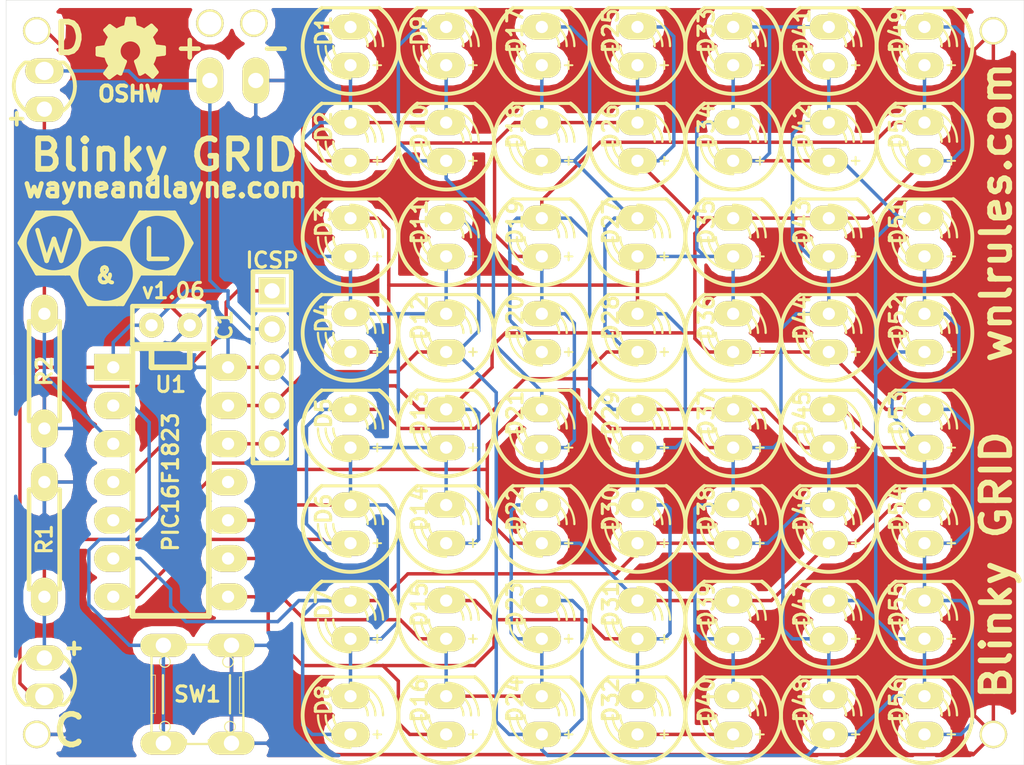
<source format=kicad_pcb>
(kicad_pcb (version 3) (host pcbnew "(2012-nov-02)-testing")
  (title_block (title "Blinky GRID TH") (rev v1.06) (company "Wayne and Layne, LLC") (comment 1 http://www.wayneandlayne.com/projects/blinky/))
  (layers (15 Front signal) (0 Back signal) (20 B.SilkS user) (21 F.SilkS user) (22 B.Mask user) (23 F.Mask user) (28 Edge.Cuts user))
  (net 0 "")
  (net 1 /BUTTON)
  (net 2 /LED0)
  (net 3 /LED1)
  (net 4 /LED2)
  (net 5 /LED3)
  (net 6 /LED4)
  (net 7 /LED5)
  (net 8 /LED6)
  (net 9 /LED7)
  (net 10 /RESET)
  (net 11 /SCLK)
  (net 12 /SDAT)
  (net 13 /VDD)
  (net 14 GND)
  (module 1pin60mil (layer Front) (at 90.932 27.432)
    (fp_text reference P3 hide)
    (fp_text value MOUNT hide)
    (pad 1 thru_hole circle (at 0 0) (size 1.8288 1.8288) (drill 1.524) (layers *.Cu *.Mask F.SilkS) (net 14 GND))
  )
  (module LOGO_WNL (layer Front) (at 32.004 41.91)
    (fp_text reference G*** hide)
    (fp_text value LOGO_WNL hide)
    (fp_text user & (at 0 1.778) (layer F.SilkS) (effects (font (size 1.016 1.016) (thickness 0.254))))
    (fp_text user L (at 3.302 -0.254) (layer F.SilkS) (effects (font (size 2.032 2.54) (thickness 0.3048))))
    (fp_text user W (at -3.429 -0.127) (layer F.SilkS) (effects (font (size 2.032 2.54) (thickness 0.3048))))
  )
  (module WNL_SIL_5 (layer Front) (at 43.053 49.784 270)
    (fp_text reference P1 hide)
    (fp_text value ICSP hide)
    (pad 1 thru_hole rect (at -5.08 0 270) (size 1.778 1.778) (drill 1.016) (layers *.Cu *.Mask F.SilkS) (net 10 /RESET))
    (pad 2 thru_hole circle (at -2.54 0 270) (size 1.778 1.778) (drill 1.016) (layers *.Cu *.Mask F.SilkS) (net 13 /VDD))
    (pad 3 thru_hole circle (at 0 0 270) (size 1.778 1.778) (drill 1.016) (layers *.Cu *.Mask F.SilkS) (net 14 GND))
    (pad 4 thru_hole circle (at 2.54 0 270) (size 1.778 1.778) (drill 1.016) (layers *.Cu *.Mask F.SilkS) (net 8 /LED6))
    (pad 5 thru_hole circle (at 5.08 0 270) (size 1.778 1.778) (drill 1.016) (layers *.Cu *.Mask F.SilkS) (net 9 /LED7))
  )
  (module WNL_R3 (layer Front) (at 27.94 61.214 270)
    (fp_text reference R1 (at 0 0 270) (layer F.SilkS) (effects (font (size 1.016 1.016) (thickness 0.2032))))
    (fp_text value 10K hide)
    (pad 1 thru_hole oval (at -3.81 0 270) (size 2.54 1.778) (drill 0.8128) (layers *.Cu *.Mask F.SilkS) (net 14 GND))
    (pad 2 thru_hole oval (at 3.81 0 270) (size 2.54 1.778) (drill 0.8128) (layers *.Cu *.Mask F.SilkS) (net 11 /SCLK))
  )
  (module WNL_R3 (layer Front) (at 27.94 50.038 90)
    (fp_text reference R2 (at 0 0 90) (layer F.SilkS) (effects (font (size 1.016 1.016) (thickness 0.2032))))
    (fp_text value 10K hide)
    (pad 1 thru_hole oval (at -3.81 0 90) (size 2.54 1.778) (drill 0.8128) (layers *.Cu *.Mask F.SilkS) (net 14 GND))
    (pad 2 thru_hole oval (at 3.81 0 90) (size 2.54 1.778) (drill 0.8128) (layers *.Cu *.Mask F.SilkS) (net 12 /SDAT))
  )
  (module WNL_BATHOLES (layer Front) (at 40.4495 30.734)
    (fp_text reference BT1 hide)
    (fp_text value BATTERY hide)
    (fp_text user - (at 2.8575 -2.2225) (layer F.SilkS) (effects (font (size 1.524 1.524) (thickness 0.3048))))
    (fp_text user + (at -2.8575 -2.2225) (layer F.SilkS) (effects (font (size 1.524 1.524) (thickness 0.3048))))
    (pad 1 thru_hole oval (at -1.524 0) (size 1.778 3.048) (drill 1.016) (layers *.Cu *.Mask F.SilkS) (net 13 /VDD))
    (pad 2 thru_hole oval (at 1.524 0) (size 1.778 3.048) (drill 1.016) (layers *.Cu *.Mask F.SilkS) (net 14 GND))
    (pad 3 thru_hole circle (at -1.524 -3.81) (size 1.8288 1.8288) (drill 1.524) (layers *.Cu *.Mask F.SilkS))
    (pad 4 thru_hole circle (at 1.397 -3.81) (size 1.8288 1.8288) (drill 1.524) (layers *.Cu *.Mask F.SilkS))
  )
  (module LED_5MM_PRETTY_BIGPADS (layer Front) (at 73.66 41.148 90)
    (fp_text reference D35 (at 1.016 -1.778 90) (layer F.SilkS) (effects (font (size 1.016 1.016) (thickness 0.2032))))
    (fp_text value LED hide)
    (pad 1 thru_hole oval (at -1.27 0 90) (size 1.6764 2.54) (drill 0.8128) (layers *.Cu *.Mask F.SilkS) (net 4 /LED2))
    (pad 2 thru_hole oval (at 1.27 0 90) (size 1.6764 2.54) (drill 0.8128) (layers *.Cu *.Mask F.SilkS) (net 9 /LED7))
  )
  (module LED_5MM_PRETTY_BIGPADS (layer Front) (at 73.66 47.498 90)
    (fp_text reference D36 (at 1.016 -1.778 90) (layer F.SilkS) (effects (font (size 1.016 1.016) (thickness 0.2032))))
    (fp_text value LED hide)
    (pad 1 thru_hole oval (at -1.27 0 90) (size 1.6764 2.54) (drill 0.8128) (layers *.Cu *.Mask F.SilkS) (net 9 /LED7))
    (pad 2 thru_hole oval (at 1.27 0 90) (size 1.6764 2.54) (drill 0.8128) (layers *.Cu *.Mask F.SilkS) (net 4 /LED2))
  )
  (module LED_5MM_PRETTY_BIGPADS (layer Front) (at 73.66 53.848 90)
    (fp_text reference D37 (at 1.016 -1.778 90) (layer F.SilkS) (effects (font (size 1.016 1.016) (thickness 0.2032))))
    (fp_text value LED hide)
    (pad 1 thru_hole oval (at -1.27 0 90) (size 1.6764 2.54) (drill 0.8128) (layers *.Cu *.Mask F.SilkS) (net 5 /LED3))
    (pad 2 thru_hole oval (at 1.27 0 90) (size 1.6764 2.54) (drill 0.8128) (layers *.Cu *.Mask F.SilkS) (net 6 /LED4))
  )
  (module LED_5MM_PRETTY_BIGPADS (layer Front) (at 73.66 60.198 90)
    (fp_text reference D38 (at 1.016 -1.778 90) (layer F.SilkS) (effects (font (size 1.016 1.016) (thickness 0.2032))))
    (fp_text value LED hide)
    (pad 1 thru_hole oval (at -1.27 0 90) (size 1.6764 2.54) (drill 0.8128) (layers *.Cu *.Mask F.SilkS) (net 6 /LED4))
    (pad 2 thru_hole oval (at 1.27 0 90) (size 1.6764 2.54) (drill 0.8128) (layers *.Cu *.Mask F.SilkS) (net 5 /LED3))
  )
  (module LED_5MM_PRETTY_BIGPADS (layer Front) (at 73.66 66.548 90)
    (fp_text reference D39 (at 1.016 -1.778 90) (layer F.SilkS) (effects (font (size 1.016 1.016) (thickness 0.2032))))
    (fp_text value LED hide)
    (pad 1 thru_hole oval (at -1.27 0 90) (size 1.6764 2.54) (drill 0.8128) (layers *.Cu *.Mask F.SilkS) (net 5 /LED3))
    (pad 2 thru_hole oval (at 1.27 0 90) (size 1.6764 2.54) (drill 0.8128) (layers *.Cu *.Mask F.SilkS) (net 7 /LED5))
  )
  (module LED_5MM_PRETTY_BIGPADS (layer Front) (at 73.66 72.898 90)
    (fp_text reference D40 (at 1.016 -1.778 90) (layer F.SilkS) (effects (font (size 1.016 1.016) (thickness 0.2032))))
    (fp_text value LED hide)
    (pad 1 thru_hole oval (at -1.27 0 90) (size 1.6764 2.54) (drill 0.8128) (layers *.Cu *.Mask F.SilkS) (net 7 /LED5))
    (pad 2 thru_hole oval (at 1.27 0 90) (size 1.6764 2.54) (drill 0.8128) (layers *.Cu *.Mask F.SilkS) (net 5 /LED3))
  )
  (module LED_5MM_PRETTY_BIGPADS (layer Front) (at 80.01 28.448 90)
    (fp_text reference D41 (at 1.016 -1.778 90) (layer F.SilkS) (effects (font (size 1.016 1.016) (thickness 0.2032))))
    (fp_text value LED hide)
    (pad 1 thru_hole oval (at -1.27 0 90) (size 1.6764 2.54) (drill 0.8128) (layers *.Cu *.Mask F.SilkS) (net 5 /LED3))
    (pad 2 thru_hole oval (at 1.27 0 90) (size 1.6764 2.54) (drill 0.8128) (layers *.Cu *.Mask F.SilkS) (net 8 /LED6))
  )
  (module LED_5MM_PRETTY_BIGPADS (layer Front) (at 80.01 34.798 90)
    (fp_text reference D42 (at 1.016 -1.778 90) (layer F.SilkS) (effects (font (size 1.016 1.016) (thickness 0.2032))))
    (fp_text value LED hide)
    (pad 1 thru_hole oval (at -1.27 0 90) (size 1.6764 2.54) (drill 0.8128) (layers *.Cu *.Mask F.SilkS) (net 8 /LED6))
    (pad 2 thru_hole oval (at 1.27 0 90) (size 1.6764 2.54) (drill 0.8128) (layers *.Cu *.Mask F.SilkS) (net 5 /LED3))
  )
  (module LED_5MM_PRETTY_BIGPADS (layer Front) (at 80.01 41.148 90)
    (fp_text reference D43 (at 1.016 -1.778 90) (layer F.SilkS) (effects (font (size 1.016 1.016) (thickness 0.2032))))
    (fp_text value LED hide)
    (pad 1 thru_hole oval (at -1.27 0 90) (size 1.6764 2.54) (drill 0.8128) (layers *.Cu *.Mask F.SilkS) (net 5 /LED3))
    (pad 2 thru_hole oval (at 1.27 0 90) (size 1.6764 2.54) (drill 0.8128) (layers *.Cu *.Mask F.SilkS) (net 9 /LED7))
  )
  (module LED_5MM_PRETTY_BIGPADS (layer Front) (at 80.01 47.498 90)
    (fp_text reference D44 (at 1.016 -1.778 90) (layer F.SilkS) (effects (font (size 1.016 1.016) (thickness 0.2032))))
    (fp_text value LED hide)
    (pad 1 thru_hole oval (at -1.27 0 90) (size 1.6764 2.54) (drill 0.8128) (layers *.Cu *.Mask F.SilkS) (net 9 /LED7))
    (pad 2 thru_hole oval (at 1.27 0 90) (size 1.6764 2.54) (drill 0.8128) (layers *.Cu *.Mask F.SilkS) (net 5 /LED3))
  )
  (module LED_5MM_PRETTY_BIGPADS (layer Front) (at 80.01 53.848 90)
    (fp_text reference D45 (at 1.016 -1.778 90) (layer F.SilkS) (effects (font (size 1.016 1.016) (thickness 0.2032))))
    (fp_text value LED hide)
    (pad 1 thru_hole oval (at -1.27 0 90) (size 1.6764 2.54) (drill 0.8128) (layers *.Cu *.Mask F.SilkS) (net 6 /LED4))
    (pad 2 thru_hole oval (at 1.27 0 90) (size 1.6764 2.54) (drill 0.8128) (layers *.Cu *.Mask F.SilkS) (net 7 /LED5))
  )
  (module LED_5MM_PRETTY_BIGPADS (layer Front) (at 80.01 60.198 90)
    (fp_text reference D46 (at 1.016 -1.778 90) (layer F.SilkS) (effects (font (size 1.016 1.016) (thickness 0.2032))))
    (fp_text value LED hide)
    (pad 1 thru_hole oval (at -1.27 0 90) (size 1.6764 2.54) (drill 0.8128) (layers *.Cu *.Mask F.SilkS) (net 7 /LED5))
    (pad 2 thru_hole oval (at 1.27 0 90) (size 1.6764 2.54) (drill 0.8128) (layers *.Cu *.Mask F.SilkS) (net 6 /LED4))
  )
  (module LED_5MM_PRETTY_BIGPADS (layer Front) (at 80.01 66.548 90)
    (fp_text reference D47 (at 1.016 -1.778 90) (layer F.SilkS) (effects (font (size 1.016 1.016) (thickness 0.2032))))
    (fp_text value LED hide)
    (pad 1 thru_hole oval (at -1.27 0 90) (size 1.6764 2.54) (drill 0.8128) (layers *.Cu *.Mask F.SilkS) (net 6 /LED4))
    (pad 2 thru_hole oval (at 1.27 0 90) (size 1.6764 2.54) (drill 0.8128) (layers *.Cu *.Mask F.SilkS) (net 8 /LED6))
  )
  (module LED_5MM_PRETTY_BIGPADS (layer Front) (at 80.01 72.898 90)
    (fp_text reference D48 (at 1.016 -1.778 90) (layer F.SilkS) (effects (font (size 1.016 1.016) (thickness 0.2032))))
    (fp_text value LED hide)
    (pad 1 thru_hole oval (at -1.27 0 90) (size 1.6764 2.54) (drill 0.8128) (layers *.Cu *.Mask F.SilkS) (net 8 /LED6))
    (pad 2 thru_hole oval (at 1.27 0 90) (size 1.6764 2.54) (drill 0.8128) (layers *.Cu *.Mask F.SilkS) (net 6 /LED4))
  )
  (module LED_5MM_PRETTY_BIGPADS (layer Front) (at 86.36 28.448 90)
    (fp_text reference D49 (at 1.016 -1.778 90) (layer F.SilkS) (effects (font (size 1.016 1.016) (thickness 0.2032))))
    (fp_text value LED hide)
    (pad 1 thru_hole oval (at -1.27 0 90) (size 1.6764 2.54) (drill 0.8128) (layers *.Cu *.Mask F.SilkS) (net 6 /LED4))
    (pad 2 thru_hole oval (at 1.27 0 90) (size 1.6764 2.54) (drill 0.8128) (layers *.Cu *.Mask F.SilkS) (net 9 /LED7))
  )
  (module LED_5MM_PRETTY_BIGPADS (layer Front) (at 86.36 34.798 90)
    (fp_text reference D50 (at 1.016 -1.778 90) (layer F.SilkS) (effects (font (size 1.016 1.016) (thickness 0.2032))))
    (fp_text value LED hide)
    (pad 1 thru_hole oval (at -1.27 0 90) (size 1.6764 2.54) (drill 0.8128) (layers *.Cu *.Mask F.SilkS) (net 9 /LED7))
    (pad 2 thru_hole oval (at 1.27 0 90) (size 1.6764 2.54) (drill 0.8128) (layers *.Cu *.Mask F.SilkS) (net 6 /LED4))
  )
  (module LED_5MM_PRETTY_BIGPADS (layer Front) (at 86.36 41.148 90)
    (fp_text reference D51 (at 1.016 -1.778 90) (layer F.SilkS) (effects (font (size 1.016 1.016) (thickness 0.2032))))
    (fp_text value LED hide)
    (pad 1 thru_hole oval (at -1.27 0 90) (size 1.6764 2.54) (drill 0.8128) (layers *.Cu *.Mask F.SilkS) (net 7 /LED5))
    (pad 2 thru_hole oval (at 1.27 0 90) (size 1.6764 2.54) (drill 0.8128) (layers *.Cu *.Mask F.SilkS) (net 8 /LED6))
  )
  (module LED_5MM_PRETTY_BIGPADS (layer Front) (at 86.36 47.498 90)
    (fp_text reference D52 (at 1.016 -1.778 90) (layer F.SilkS) (effects (font (size 1.016 1.016) (thickness 0.2032))))
    (fp_text value LED hide)
    (pad 1 thru_hole oval (at -1.27 0 90) (size 1.6764 2.54) (drill 0.8128) (layers *.Cu *.Mask F.SilkS) (net 8 /LED6))
    (pad 2 thru_hole oval (at 1.27 0 90) (size 1.6764 2.54) (drill 0.8128) (layers *.Cu *.Mask F.SilkS) (net 7 /LED5))
  )
  (module LED_5MM_PRETTY_BIGPADS (layer Front) (at 86.36 53.848 90)
    (fp_text reference D53 (at 1.016 -1.778 90) (layer F.SilkS) (effects (font (size 1.016 1.016) (thickness 0.2032))))
    (fp_text value LED hide)
    (pad 1 thru_hole oval (at -1.27 0 90) (size 1.6764 2.54) (drill 0.8128) (layers *.Cu *.Mask F.SilkS) (net 7 /LED5))
    (pad 2 thru_hole oval (at 1.27 0 90) (size 1.6764 2.54) (drill 0.8128) (layers *.Cu *.Mask F.SilkS) (net 9 /LED7))
  )
  (module LED_5MM_PRETTY_BIGPADS (layer Front) (at 86.36 60.198 90)
    (fp_text reference D54 (at 1.016 -1.778 90) (layer F.SilkS) (effects (font (size 1.016 1.016) (thickness 0.2032))))
    (fp_text value LED hide)
    (pad 1 thru_hole oval (at -1.27 0 90) (size 1.6764 2.54) (drill 0.8128) (layers *.Cu *.Mask F.SilkS) (net 9 /LED7))
    (pad 2 thru_hole oval (at 1.27 0 90) (size 1.6764 2.54) (drill 0.8128) (layers *.Cu *.Mask F.SilkS) (net 7 /LED5))
  )
  (module LED_5MM_PRETTY_BIGPADS (layer Front) (at 86.36 66.548 90)
    (fp_text reference D55 (at 1.016 -1.778 90) (layer F.SilkS) (effects (font (size 1.016 1.016) (thickness 0.2032))))
    (fp_text value LED hide)
    (pad 1 thru_hole oval (at -1.27 0 90) (size 1.6764 2.54) (drill 0.8128) (layers *.Cu *.Mask F.SilkS) (net 8 /LED6))
    (pad 2 thru_hole oval (at 1.27 0 90) (size 1.6764 2.54) (drill 0.8128) (layers *.Cu *.Mask F.SilkS) (net 9 /LED7))
  )
  (module LED_5MM_PRETTY_BIGPADS (layer Front) (at 86.36 72.898 90)
    (fp_text reference D56 (at 1.016 -1.778 90) (layer F.SilkS) (effects (font (size 1.016 1.016) (thickness 0.2032))))
    (fp_text value LED hide)
    (pad 1 thru_hole oval (at -1.27 0 90) (size 1.6764 2.54) (drill 0.8128) (layers *.Cu *.Mask F.SilkS) (net 9 /LED7))
    (pad 2 thru_hole oval (at 1.27 0 90) (size 1.6764 2.54) (drill 0.8128) (layers *.Cu *.Mask F.SilkS) (net 8 /LED6))
  )
  (module LED_5MM_PRETTY_BIGPADS (layer Front) (at 54.61 41.148 90)
    (fp_text reference D11 (at 1.016 -1.778 90) (layer F.SilkS) (effects (font (size 1.016 1.016) (thickness 0.2032))))
    (fp_text value LED hide)
    (pad 1 thru_hole oval (at -1.27 0 90) (size 1.6764 2.54) (drill 0.8128) (layers *.Cu *.Mask F.SilkS) (net 2 /LED0))
    (pad 2 thru_hole oval (at 1.27 0 90) (size 1.6764 2.54) (drill 0.8128) (layers *.Cu *.Mask F.SilkS) (net 8 /LED6))
  )
  (module LED_5MM_PRETTY_BIGPADS (layer Front) (at 54.61 47.498 90)
    (fp_text reference D12 (at 1.016 -1.778 90) (layer F.SilkS) (effects (font (size 1.016 1.016) (thickness 0.2032))))
    (fp_text value LED hide)
    (pad 1 thru_hole oval (at -1.27 0 90) (size 1.6764 2.54) (drill 0.8128) (layers *.Cu *.Mask F.SilkS) (net 8 /LED6))
    (pad 2 thru_hole oval (at 1.27 0 90) (size 1.6764 2.54) (drill 0.8128) (layers *.Cu *.Mask F.SilkS) (net 2 /LED0))
  )
  (module LED_5MM_PRETTY_BIGPADS (layer Front) (at 54.61 53.848 90)
    (fp_text reference D13 (at 1.016 -1.778 90) (layer F.SilkS) (effects (font (size 1.016 1.016) (thickness 0.2032))))
    (fp_text value LED hide)
    (pad 1 thru_hole oval (at -1.27 0 90) (size 1.6764 2.54) (drill 0.8128) (layers *.Cu *.Mask F.SilkS) (net 2 /LED0))
    (pad 2 thru_hole oval (at 1.27 0 90) (size 1.6764 2.54) (drill 0.8128) (layers *.Cu *.Mask F.SilkS) (net 9 /LED7))
  )
  (module LED_5MM_PRETTY_BIGPADS (layer Front) (at 54.61 60.198 90)
    (fp_text reference D14 (at 1.016 -1.778 90) (layer F.SilkS) (effects (font (size 1.016 1.016) (thickness 0.2032))))
    (fp_text value LED hide)
    (pad 1 thru_hole oval (at -1.27 0 90) (size 1.6764 2.54) (drill 0.8128) (layers *.Cu *.Mask F.SilkS) (net 9 /LED7))
    (pad 2 thru_hole oval (at 1.27 0 90) (size 1.6764 2.54) (drill 0.8128) (layers *.Cu *.Mask F.SilkS) (net 2 /LED0))
  )
  (module LED_5MM_PRETTY_BIGPADS (layer Front) (at 54.61 66.548 90)
    (fp_text reference D15 (at 1.016 -1.778 90) (layer F.SilkS) (effects (font (size 1.016 1.016) (thickness 0.2032))))
    (fp_text value LED hide)
    (pad 1 thru_hole oval (at -1.27 0 90) (size 1.6764 2.54) (drill 0.8128) (layers *.Cu *.Mask F.SilkS) (net 3 /LED1))
    (pad 2 thru_hole oval (at 1.27 0 90) (size 1.6764 2.54) (drill 0.8128) (layers *.Cu *.Mask F.SilkS) (net 4 /LED2))
  )
  (module LED_5MM_PRETTY_BIGPADS (layer Front) (at 54.61 72.898 90)
    (fp_text reference D16 (at 1.016 -1.778 90) (layer F.SilkS) (effects (font (size 1.016 1.016) (thickness 0.2032))))
    (fp_text value LED hide)
    (pad 1 thru_hole oval (at -1.27 0 90) (size 1.6764 2.54) (drill 0.8128) (layers *.Cu *.Mask F.SilkS) (net 4 /LED2))
    (pad 2 thru_hole oval (at 1.27 0 90) (size 1.6764 2.54) (drill 0.8128) (layers *.Cu *.Mask F.SilkS) (net 3 /LED1))
  )
  (module LED_5MM_PRETTY_BIGPADS (layer Front) (at 60.96 28.448 90)
    (fp_text reference D17 (at 1.016 -1.778 90) (layer F.SilkS) (effects (font (size 1.016 1.016) (thickness 0.2032))))
    (fp_text value LED hide)
    (pad 1 thru_hole oval (at -1.27 0 90) (size 1.6764 2.54) (drill 0.8128) (layers *.Cu *.Mask F.SilkS) (net 3 /LED1))
    (pad 2 thru_hole oval (at 1.27 0 90) (size 1.6764 2.54) (drill 0.8128) (layers *.Cu *.Mask F.SilkS) (net 5 /LED3))
  )
  (module LED_5MM_PRETTY_BIGPADS (layer Front) (at 60.96 34.798 90)
    (fp_text reference D18 (at 1.016 -1.778 90) (layer F.SilkS) (effects (font (size 1.016 1.016) (thickness 0.2032))))
    (fp_text value LED hide)
    (pad 1 thru_hole oval (at -1.27 0 90) (size 1.6764 2.54) (drill 0.8128) (layers *.Cu *.Mask F.SilkS) (net 5 /LED3))
    (pad 2 thru_hole oval (at 1.27 0 90) (size 1.6764 2.54) (drill 0.8128) (layers *.Cu *.Mask F.SilkS) (net 3 /LED1))
  )
  (module LED_5MM_PRETTY_BIGPADS (layer Front) (at 60.96 41.148 90)
    (fp_text reference D19 (at 1.016 -1.778 90) (layer F.SilkS) (effects (font (size 1.016 1.016) (thickness 0.2032))))
    (fp_text value LED hide)
    (pad 1 thru_hole oval (at -1.27 0 90) (size 1.6764 2.54) (drill 0.8128) (layers *.Cu *.Mask F.SilkS) (net 3 /LED1))
    (pad 2 thru_hole oval (at 1.27 0 90) (size 1.6764 2.54) (drill 0.8128) (layers *.Cu *.Mask F.SilkS) (net 6 /LED4))
  )
  (module LED_5MM_PRETTY_BIGPADS (layer Front) (at 60.96 47.498 90)
    (fp_text reference D20 (at 1.016 -1.778 90) (layer F.SilkS) (effects (font (size 1.016 1.016) (thickness 0.2032))))
    (fp_text value LED hide)
    (pad 1 thru_hole oval (at -1.27 0 90) (size 1.6764 2.54) (drill 0.8128) (layers *.Cu *.Mask F.SilkS) (net 6 /LED4))
    (pad 2 thru_hole oval (at 1.27 0 90) (size 1.6764 2.54) (drill 0.8128) (layers *.Cu *.Mask F.SilkS) (net 3 /LED1))
  )
  (module LED_5MM_PRETTY_BIGPADS (layer Front) (at 60.96 53.848 90)
    (fp_text reference D21 (at 1.016 -1.778 90) (layer F.SilkS) (effects (font (size 1.016 1.016) (thickness 0.2032))))
    (fp_text value LED hide)
    (pad 1 thru_hole oval (at -1.27 0 90) (size 1.6764 2.54) (drill 0.8128) (layers *.Cu *.Mask F.SilkS) (net 3 /LED1))
    (pad 2 thru_hole oval (at 1.27 0 90) (size 1.6764 2.54) (drill 0.8128) (layers *.Cu *.Mask F.SilkS) (net 7 /LED5))
  )
  (module LED_5MM_PRETTY_BIGPADS (layer Front) (at 60.96 60.198 90)
    (fp_text reference D22 (at 1.016 -1.778 90) (layer F.SilkS) (effects (font (size 1.016 1.016) (thickness 0.2032))))
    (fp_text value LED hide)
    (pad 1 thru_hole oval (at -1.27 0 90) (size 1.6764 2.54) (drill 0.8128) (layers *.Cu *.Mask F.SilkS) (net 7 /LED5))
    (pad 2 thru_hole oval (at 1.27 0 90) (size 1.6764 2.54) (drill 0.8128) (layers *.Cu *.Mask F.SilkS) (net 3 /LED1))
  )
  (module LED_5MM_PRETTY_BIGPADS (layer Front) (at 60.96 66.548 90)
    (fp_text reference D23 (at 1.016 -1.778 90) (layer F.SilkS) (effects (font (size 1.016 1.016) (thickness 0.2032))))
    (fp_text value LED hide)
    (pad 1 thru_hole oval (at -1.27 0 90) (size 1.6764 2.54) (drill 0.8128) (layers *.Cu *.Mask F.SilkS) (net 3 /LED1))
    (pad 2 thru_hole oval (at 1.27 0 90) (size 1.6764 2.54) (drill 0.8128) (layers *.Cu *.Mask F.SilkS) (net 8 /LED6))
  )
  (module LED_5MM_PRETTY_BIGPADS (layer Front) (at 60.96 72.898 90)
    (fp_text reference D24 (at 1.016 -1.778 90) (layer F.SilkS) (effects (font (size 1.016 1.016) (thickness 0.2032))))
    (fp_text value LED hide)
    (pad 1 thru_hole oval (at -1.27 0 90) (size 1.6764 2.54) (drill 0.8128) (layers *.Cu *.Mask F.SilkS) (net 8 /LED6))
    (pad 2 thru_hole oval (at 1.27 0 90) (size 1.6764 2.54) (drill 0.8128) (layers *.Cu *.Mask F.SilkS) (net 3 /LED1))
  )
  (module LED_5MM_PRETTY_BIGPADS (layer Front) (at 67.31 28.448 90)
    (fp_text reference D25 (at 1.016 -1.778 90) (layer F.SilkS) (effects (font (size 1.016 1.016) (thickness 0.2032))))
    (fp_text value LED hide)
    (pad 1 thru_hole oval (at -1.27 0 90) (size 1.6764 2.54) (drill 0.8128) (layers *.Cu *.Mask F.SilkS) (net 3 /LED1))
    (pad 2 thru_hole oval (at 1.27 0 90) (size 1.6764 2.54) (drill 0.8128) (layers *.Cu *.Mask F.SilkS) (net 9 /LED7))
  )
  (module LED_5MM_PRETTY_BIGPADS (layer Front) (at 67.31 34.798 90)
    (fp_text reference D26 (at 1.016 -1.778 90) (layer F.SilkS) (effects (font (size 1.016 1.016) (thickness 0.2032))))
    (fp_text value LED hide)
    (pad 1 thru_hole oval (at -1.27 0 90) (size 1.6764 2.54) (drill 0.8128) (layers *.Cu *.Mask F.SilkS) (net 9 /LED7))
    (pad 2 thru_hole oval (at 1.27 0 90) (size 1.6764 2.54) (drill 0.8128) (layers *.Cu *.Mask F.SilkS) (net 3 /LED1))
  )
  (module LED_5MM_PRETTY_BIGPADS (layer Front) (at 67.31 41.148 90)
    (fp_text reference D27 (at 1.016 -1.778 90) (layer F.SilkS) (effects (font (size 1.016 1.016) (thickness 0.2032))))
    (fp_text value LED hide)
    (pad 1 thru_hole oval (at -1.27 0 90) (size 1.6764 2.54) (drill 0.8128) (layers *.Cu *.Mask F.SilkS) (net 4 /LED2))
    (pad 2 thru_hole oval (at 1.27 0 90) (size 1.6764 2.54) (drill 0.8128) (layers *.Cu *.Mask F.SilkS) (net 5 /LED3))
  )
  (module LED_5MM_PRETTY_BIGPADS (layer Front) (at 67.31 47.498 90)
    (fp_text reference D28 (at 1.016 -1.778 90) (layer F.SilkS) (effects (font (size 1.016 1.016) (thickness 0.2032))))
    (fp_text value LED hide)
    (pad 1 thru_hole oval (at -1.27 0 90) (size 1.6764 2.54) (drill 0.8128) (layers *.Cu *.Mask F.SilkS) (net 5 /LED3))
    (pad 2 thru_hole oval (at 1.27 0 90) (size 1.6764 2.54) (drill 0.8128) (layers *.Cu *.Mask F.SilkS) (net 4 /LED2))
  )
  (module LED_5MM_PRETTY_BIGPADS (layer Front) (at 67.31 53.848 90)
    (fp_text reference D29 (at 1.016 -1.778 90) (layer F.SilkS) (effects (font (size 1.016 1.016) (thickness 0.2032))))
    (fp_text value LED hide)
    (pad 1 thru_hole oval (at -1.27 0 90) (size 1.6764 2.54) (drill 0.8128) (layers *.Cu *.Mask F.SilkS) (net 4 /LED2))
    (pad 2 thru_hole oval (at 1.27 0 90) (size 1.6764 2.54) (drill 0.8128) (layers *.Cu *.Mask F.SilkS) (net 6 /LED4))
  )
  (module LED_5MM_PRETTY_BIGPADS (layer Front) (at 67.31 60.198 90)
    (fp_text reference D30 (at 1.016 -1.778 90) (layer F.SilkS) (effects (font (size 1.016 1.016) (thickness 0.2032))))
    (fp_text value LED hide)
    (pad 1 thru_hole oval (at -1.27 0 90) (size 1.6764 2.54) (drill 0.8128) (layers *.Cu *.Mask F.SilkS) (net 6 /LED4))
    (pad 2 thru_hole oval (at 1.27 0 90) (size 1.6764 2.54) (drill 0.8128) (layers *.Cu *.Mask F.SilkS) (net 4 /LED2))
  )
  (module LED_5MM_PRETTY_BIGPADS (layer Front) (at 67.31 66.548 90)
    (fp_text reference D31 (at 1.016 -1.778 90) (layer F.SilkS) (effects (font (size 1.016 1.016) (thickness 0.2032))))
    (fp_text value LED hide)
    (pad 1 thru_hole oval (at -1.27 0 90) (size 1.6764 2.54) (drill 0.8128) (layers *.Cu *.Mask F.SilkS) (net 4 /LED2))
    (pad 2 thru_hole oval (at 1.27 0 90) (size 1.6764 2.54) (drill 0.8128) (layers *.Cu *.Mask F.SilkS) (net 7 /LED5))
  )
  (module LED_5MM_PRETTY_BIGPADS (layer Front) (at 67.31 72.898 90)
    (fp_text reference D32 (at 1.016 -1.778 90) (layer F.SilkS) (effects (font (size 1.016 1.016) (thickness 0.2032))))
    (fp_text value LED hide)
    (pad 1 thru_hole oval (at -1.27 0 90) (size 1.6764 2.54) (drill 0.8128) (layers *.Cu *.Mask F.SilkS) (net 7 /LED5))
    (pad 2 thru_hole oval (at 1.27 0 90) (size 1.6764 2.54) (drill 0.8128) (layers *.Cu *.Mask F.SilkS) (net 4 /LED2))
  )
  (module LED_5MM_PRETTY_BIGPADS (layer Front) (at 73.66 28.448 90)
    (fp_text reference D33 (at 1.016 -1.778 90) (layer F.SilkS) (effects (font (size 1.016 1.016) (thickness 0.2032))))
    (fp_text value LED hide)
    (pad 1 thru_hole oval (at -1.27 0 90) (size 1.6764 2.54) (drill 0.8128) (layers *.Cu *.Mask F.SilkS) (net 4 /LED2))
    (pad 2 thru_hole oval (at 1.27 0 90) (size 1.6764 2.54) (drill 0.8128) (layers *.Cu *.Mask F.SilkS) (net 8 /LED6))
  )
  (module LED_5MM_PRETTY_BIGPADS (layer Front) (at 73.66 34.798 90)
    (fp_text reference D34 (at 1.016 -1.778 90) (layer F.SilkS) (effects (font (size 1.016 1.016) (thickness 0.2032))))
    (fp_text value LED hide)
    (pad 1 thru_hole oval (at -1.27 0 90) (size 1.6764 2.54) (drill 0.8128) (layers *.Cu *.Mask F.SilkS) (net 8 /LED6))
    (pad 2 thru_hole oval (at 1.27 0 90) (size 1.6764 2.54) (drill 0.8128) (layers *.Cu *.Mask F.SilkS) (net 4 /LED2))
  )
  (module LED_5MM_PRETTY_BIGPADS (layer Front) (at 48.26 28.448 90)
    (fp_text reference D1 (at 1.016 -1.778 90) (layer F.SilkS) (effects (font (size 1.016 1.016) (thickness 0.2032))))
    (fp_text value LED hide)
    (pad 1 thru_hole oval (at -1.27 0 90) (size 1.6764 2.54) (drill 0.8128) (layers *.Cu *.Mask F.SilkS) (net 2 /LED0))
    (pad 2 thru_hole oval (at 1.27 0 90) (size 1.6764 2.54) (drill 0.8128) (layers *.Cu *.Mask F.SilkS) (net 3 /LED1))
  )
  (module LED_5MM_PRETTY_BIGPADS (layer Front) (at 48.26 34.798 90)
    (fp_text reference D2 (at 1.016 -1.778 90) (layer F.SilkS) (effects (font (size 1.016 1.016) (thickness 0.2032))))
    (fp_text value LED hide)
    (pad 1 thru_hole oval (at -1.27 0 90) (size 1.6764 2.54) (drill 0.8128) (layers *.Cu *.Mask F.SilkS) (net 3 /LED1))
    (pad 2 thru_hole oval (at 1.27 0 90) (size 1.6764 2.54) (drill 0.8128) (layers *.Cu *.Mask F.SilkS) (net 2 /LED0))
  )
  (module LED_5MM_PRETTY_BIGPADS (layer Front) (at 48.26 41.148 90)
    (fp_text reference D3 (at 1.016 -1.778 90) (layer F.SilkS) (effects (font (size 1.016 1.016) (thickness 0.2032))))
    (fp_text value LED hide)
    (pad 1 thru_hole oval (at -1.27 0 90) (size 1.6764 2.54) (drill 0.8128) (layers *.Cu *.Mask F.SilkS) (net 2 /LED0))
    (pad 2 thru_hole oval (at 1.27 0 90) (size 1.6764 2.54) (drill 0.8128) (layers *.Cu *.Mask F.SilkS) (net 4 /LED2))
  )
  (module LED_5MM_PRETTY_BIGPADS (layer Front) (at 48.26 47.498 90)
    (fp_text reference D4 (at 1.016 -1.778 90) (layer F.SilkS) (effects (font (size 1.016 1.016) (thickness 0.2032))))
    (fp_text value LED hide)
    (pad 1 thru_hole oval (at -1.27 0 90) (size 1.6764 2.54) (drill 0.8128) (layers *.Cu *.Mask F.SilkS) (net 4 /LED2))
    (pad 2 thru_hole oval (at 1.27 0 90) (size 1.6764 2.54) (drill 0.8128) (layers *.Cu *.Mask F.SilkS) (net 2 /LED0))
  )
  (module LED_5MM_PRETTY_BIGPADS (layer Front) (at 48.26 53.848 90)
    (fp_text reference D5 (at 1.016 -1.778 90) (layer F.SilkS) (effects (font (size 1.016 1.016) (thickness 0.2032))))
    (fp_text value LED hide)
    (pad 1 thru_hole oval (at -1.27 0 90) (size 1.6764 2.54) (drill 0.8128) (layers *.Cu *.Mask F.SilkS) (net 2 /LED0))
    (pad 2 thru_hole oval (at 1.27 0 90) (size 1.6764 2.54) (drill 0.8128) (layers *.Cu *.Mask F.SilkS) (net 5 /LED3))
  )
  (module LED_5MM_PRETTY_BIGPADS (layer Front) (at 48.26 60.198 90)
    (fp_text reference D6 (at 1.016 -1.778 90) (layer F.SilkS) (effects (font (size 1.016 1.016) (thickness 0.2032))))
    (fp_text value LED hide)
    (pad 1 thru_hole oval (at -1.27 0 90) (size 1.6764 2.54) (drill 0.8128) (layers *.Cu *.Mask F.SilkS) (net 5 /LED3))
    (pad 2 thru_hole oval (at 1.27 0 90) (size 1.6764 2.54) (drill 0.8128) (layers *.Cu *.Mask F.SilkS) (net 2 /LED0))
  )
  (module LED_5MM_PRETTY_BIGPADS (layer Front) (at 48.26 66.548 90)
    (fp_text reference D7 (at 1.016 -1.778 90) (layer F.SilkS) (effects (font (size 1.016 1.016) (thickness 0.2032))))
    (fp_text value LED hide)
    (pad 1 thru_hole oval (at -1.27 0 90) (size 1.6764 2.54) (drill 0.8128) (layers *.Cu *.Mask F.SilkS) (net 2 /LED0))
    (pad 2 thru_hole oval (at 1.27 0 90) (size 1.6764 2.54) (drill 0.8128) (layers *.Cu *.Mask F.SilkS) (net 6 /LED4))
  )
  (module LED_5MM_PRETTY_BIGPADS (layer Front) (at 48.26 72.898 90)
    (fp_text reference D8 (at 1.016 -1.778 90) (layer F.SilkS) (effects (font (size 1.016 1.016) (thickness 0.2032))))
    (fp_text value LED hide)
    (pad 1 thru_hole oval (at -1.27 0 90) (size 1.6764 2.54) (drill 0.8128) (layers *.Cu *.Mask F.SilkS) (net 6 /LED4))
    (pad 2 thru_hole oval (at 1.27 0 90) (size 1.6764 2.54) (drill 0.8128) (layers *.Cu *.Mask F.SilkS) (net 2 /LED0))
  )
  (module LED_5MM_PRETTY_BIGPADS (layer Front) (at 54.61 28.448 90)
    (fp_text reference D9 (at 1.016 -1.778 90) (layer F.SilkS) (effects (font (size 1.016 1.016) (thickness 0.2032))))
    (fp_text value LED hide)
    (pad 1 thru_hole oval (at -1.27 0 90) (size 1.6764 2.54) (drill 0.8128) (layers *.Cu *.Mask F.SilkS) (net 2 /LED0))
    (pad 2 thru_hole oval (at 1.27 0 90) (size 1.6764 2.54) (drill 0.8128) (layers *.Cu *.Mask F.SilkS) (net 7 /LED5))
  )
  (module LED_5MM_PRETTY_BIGPADS (layer Front) (at 54.61 34.798 90)
    (fp_text reference D10 (at 1.016 -1.778 90) (layer F.SilkS) (effects (font (size 1.016 1.016) (thickness 0.2032))))
    (fp_text value LED hide)
    (pad 1 thru_hole oval (at -1.27 0 90) (size 1.6764 2.54) (drill 0.8128) (layers *.Cu *.Mask F.SilkS) (net 7 /LED5))
    (pad 2 thru_hole oval (at 1.27 0 90) (size 1.6764 2.54) (drill 0.8128) (layers *.Cu *.Mask F.SilkS) (net 2 /LED0))
  )
  (module WNL_LIGHTSENSOR_3MM (layer Front) (at 27.94 70.358 270)
    (fp_text reference D57 hide)
    (fp_text value SCLK hide)
    (fp_text user + (at -1.905 -1.905 270) (layer F.SilkS) (effects (font (size 1.016 1.016) (thickness 0.254))))
    (pad 1 thru_hole oval (at -1.27 0 270) (size 1.6764 2.54) (drill 1.016) (layers *.Cu *.Mask F.SilkS) (net 11 /SCLK))
    (pad 2 thru_hole oval (at 1.27 0 270) (size 1.6764 2.54) (drill 1.2192) (layers *.Cu *.Mask F.SilkS) (net 13 /VDD))
  )
  (module WNL_LIGHTSENSOR_3MM (layer Front) (at 27.94 31.369 90)
    (fp_text reference D58 hide)
    (fp_text value SDAT hide)
    (fp_text user + (at -1.905 -1.905 90) (layer F.SilkS) (effects (font (size 1.016 1.016) (thickness 0.254))))
    (pad 1 thru_hole oval (at -1.27 0 90) (size 1.6764 2.54) (drill 1.016) (layers *.Cu *.Mask F.SilkS) (net 12 /SDAT))
    (pad 2 thru_hole oval (at 1.27 0 90) (size 1.6764 2.54) (drill 1.2192) (layers *.Cu *.Mask F.SilkS) (net 13 /VDD))
  )
  (module 1pin60mil (layer Front) (at 27.432 27.432)
    (fp_text reference P2 hide)
    (fp_text value MOUNT hide)
    (pad 1 thru_hole circle (at 0 0) (size 1.8288 1.8288) (drill 1.524) (layers *.Cu *.Mask F.SilkS) (net 14 GND))
  )
  (module 1pin60mil (layer Front) (at 27.432 74.168)
    (fp_text reference P4 hide)
    (fp_text value MOUNT hide)
    (pad 1 thru_hole circle (at 0 0) (size 1.8288 1.8288) (drill 1.524) (layers *.Cu *.Mask F.SilkS) (net 14 GND))
  )
  (module 1pin60mil (layer Front) (at 90.932 74.168)
    (fp_text reference P5 hide)
    (fp_text value MOUNT hide)
    (pad 1 thru_hole circle (at 0 0) (size 1.8288 1.8288) (drill 1.524) (layers *.Cu *.Mask F.SilkS) (net 14 GND))
  )
  (module WNL_DIP_14_300 (layer Front) (at 36.322 57.404 270)
    (fp_text reference U1 (at -6.477 0 360) (layer F.SilkS) (effects (font (size 1.016 1.016) (thickness 0.2032))))
    (fp_text value PIC16F1823 (at 0 0 270) (layer F.SilkS) (effects (font (size 1.016 1.016) (thickness 0.2032))))
    (pad 1 thru_hole rect (at -7.62 3.81 270) (size 1.778 2.54) (drill 0.8128) (layers *.Cu *.Mask F.SilkS) (net 13 /VDD))
    (pad 2 thru_hole oval (at -5.08 3.81 270) (size 1.778 2.54) (drill 0.8128) (layers *.Cu *.Mask F.SilkS) (net 1 /BUTTON))
    (pad 3 thru_hole oval (at -2.54 3.81 270) (size 1.778 2.54) (drill 0.8128) (layers *.Cu *.Mask F.SilkS) (net 12 /SDAT))
    (pad 4 thru_hole oval (at 0 3.81 270) (size 1.778 2.54) (drill 0.8128) (layers *.Cu *.Mask F.SilkS) (net 10 /RESET))
    (pad 5 thru_hole oval (at 2.54 3.81 270) (size 1.778 2.54) (drill 0.8128) (layers *.Cu *.Mask F.SilkS) (net 7 /LED5))
    (pad 6 thru_hole oval (at 5.08 3.81 270) (size 1.778 2.54) (drill 0.8128) (layers *.Cu *.Mask F.SilkS) (net 6 /LED4))
    (pad 7 thru_hole oval (at 7.62 3.81 270) (size 1.778 2.54) (drill 0.8128) (layers *.Cu *.Mask F.SilkS) (net 5 /LED3))
    (pad 8 thru_hole oval (at 7.62 -3.81 270) (size 1.778 2.54) (drill 0.8128) (layers *.Cu *.Mask F.SilkS) (net 4 /LED2))
    (pad 9 thru_hole oval (at 5.08 -3.81 270) (size 1.778 2.54) (drill 0.8128) (layers *.Cu *.Mask F.SilkS) (net 3 /LED1))
    (pad 10 thru_hole oval (at 2.54 -3.81 270) (size 1.778 2.54) (drill 0.8128) (layers *.Cu *.Mask F.SilkS) (net 2 /LED0))
    (pad 11 thru_hole oval (at 0 -3.81 270) (size 1.778 2.54) (drill 0.8128) (layers *.Cu *.Mask F.SilkS) (net 11 /SCLK))
    (pad 12 thru_hole oval (at -2.54 -3.81 270) (size 1.778 2.54) (drill 0.8128) (layers *.Cu *.Mask F.SilkS) (net 9 /LED7))
    (pad 13 thru_hole oval (at -5.08 -3.81 270) (size 1.778 2.54) (drill 0.8128) (layers *.Cu *.Mask F.SilkS) (net 8 /LED6))
    (pad 14 thru_hole oval (at -7.62 -3.81 270) (size 1.778 2.54) (drill 0.8128) (layers *.Cu *.Mask F.SilkS) (net 14 GND))
  )
  (module WNL_C1 (layer Front) (at 36.322 46.99)
    (fp_text reference C1 (at 3.556 0 90) (layer F.SilkS) (effects (font (size 1.016 1.016) (thickness 0.2032))))
    (fp_text value C hide)
    (pad 1 thru_hole circle (at -1.27 0) (size 1.651 1.651) (drill 0.8128) (layers *.Cu *.Mask F.SilkS) (net 13 /VDD))
    (pad 2 thru_hole circle (at 1.27 0) (size 1.651 1.651) (drill 0.8128) (layers *.Cu *.Mask F.SilkS) (net 14 GND))
  )
  (module WNL_OMRON_6MM_PRETTY (layer Front) (at 38.1 71.501 90)
    (fp_text reference SW1 (at 0 0 180) (layer F.SilkS) (effects (font (size 1.016 1.016) (thickness 0.2032))))
    (fp_text value SW_PUSH hide)
    (pad 1 thru_hole oval (at -3.2512 -2.2606 90) (size 1.524 3.048) (drill 1.016) (layers *.Cu *.Mask F.SilkS) (net 1 /BUTTON))
    (pad 1 thru_hole oval (at 3.2512 -2.2606 90) (size 1.524 3.048) (drill 1.016) (layers *.Cu *.Mask F.SilkS) (net 1 /BUTTON))
    (pad 2 thru_hole oval (at -3.2512 2.2606 90) (size 1.524 3.048) (drill 1.016) (layers *.Cu *.Mask F.SilkS) (net 14 GND))
    (pad 2 thru_hole oval (at 3.2512 2.2606 90) (size 1.524 3.048) (drill 1.016) (layers *.Cu *.Mask F.SilkS) (net 14 GND))
  )
  (gr_text ICSP (at 43.053 42.672) (layer F.SilkS) (effects (font (size 1.016 1.016) (thickness 0.2032))))
  (gr_line (start 25.4 76.2) (end 25.4 25.4) (angle 90) (layer Edge.Cuts) (width 0.0254))
  (gr_line (start 92.964 76.2) (end 25.4 76.2) (angle 90) (layer Edge.Cuts) (width 0.0254))
  (gr_line (start 92.964 25.4) (end 92.964 76.2) (angle 90) (layer Edge.Cuts) (width 0.0254))
  (gr_line (start 25.4 25.4) (end 92.964 25.4) (angle 90) (layer Edge.Cuts) (width 0.0254))
  (gr_text "Blinky GRID   wnlrules.com" (at 91.1225 50.673 90) (layer F.SilkS) (effects (font (size 1.905 2.032) (thickness 0.381))))
  (gr_text wayneandlayne.com (at 35.941 37.846) (layer F.SilkS) (effects (font (size 1.27 1.27) (thickness 0.3048))))
  (gr_text v1.06 (at 34.29 44.704) (layer F.SilkS) (effects (font (size 1.016 1.016) (thickness 0.2032)) (justify left)))
  (gr_text C (at 29.591 73.914) (layer F.SilkS) (effects (font (size 2.032 2.032) (thickness 0.381))))
  (gr_text D (at 29.591 27.94) (layer F.SilkS) (effects (font (size 2.032 2.032) (thickness 0.381))))
  (gr_text "Blinky GRID" (at 26.797 35.687) (layer F.SilkS) (effects (font (size 2.032 2.032) (thickness 0.381)) (justify left)))
  (gr_text OSHW (at 33.655 31.623) (layer F.SilkS) (effects (font (size 1.016 1.016) (thickness 0.254))))
  (gr_arc (start 33.64992 28.78582) (end 33.29432 29.47162) (angle 304) (layer F.SilkS) (width 0.254))
  (gr_arc (start 33.64992 28.78582) (end 32.98952 30.28442) (angle 313) (layer F.SilkS) (width 0.254))
  (gr_line (start 34.29508 30.2895) (end 34.01822 29.464) (angle 90) (layer F.SilkS) (width 0.254))
  (gr_line (start 32.98952 30.28188) (end 33.29686 29.47162) (angle 90) (layer F.SilkS) (width 0.254))
  (gr_arc (start 33.64992 28.78582) (end 33.09112 29.85262) (angle 305) (layer F.SilkS) (width 0.254))
  (gr_arc (start 33.64992 28.78582) (end 33.16732 29.64942) (angle 302) (layer F.SilkS) (width 0.254))
  (gr_arc (start 33.64992 28.78582) (end 33.01492 30.05582) (angle 306) (layer F.SilkS) (width 0.254))
  (gr_line (start 35.40252 30.18282) (end 35.12312 30.48762) (angle 90) (layer F.SilkS) (width 0.254))
  (gr_line (start 35.12312 30.48762) (end 34.71672 30.15742) (angle 90) (layer F.SilkS) (width 0.254))
  (gr_line (start 35.40252 30.18282) (end 35.07232 29.70022) (angle 90) (layer F.SilkS) (width 0.254))
  (gr_line (start 35.30092 29.03982) (end 35.88512 28.96362) (angle 90) (layer F.SilkS) (width 0.254))
  (gr_line (start 35.88512 28.96362) (end 35.88512 28.53182) (angle 90) (layer F.SilkS) (width 0.254))
  (gr_line (start 35.88512 28.53182) (end 35.25012 28.45562) (angle 90) (layer F.SilkS) (width 0.254))
  (gr_line (start 35.02152 27.82062) (end 35.35172 27.38882) (angle 90) (layer F.SilkS) (width 0.254))
  (gr_line (start 35.35172 27.38882) (end 35.04692 27.08402) (angle 90) (layer F.SilkS) (width 0.254))
  (gr_line (start 35.04692 27.08402) (end 34.53892 27.43962) (angle 90) (layer F.SilkS) (width 0.254))
  (gr_line (start 33.95472 27.18562) (end 33.87852 26.62682) (angle 90) (layer F.SilkS) (width 0.254))
  (gr_line (start 33.87852 26.62682) (end 33.44672 26.62682) (angle 90) (layer F.SilkS) (width 0.254))
  (gr_line (start 33.44672 26.62682) (end 33.34512 27.18562) (angle 90) (layer F.SilkS) (width 0.254))
  (gr_line (start 32.71012 27.41422) (end 32.27832 27.10942) (angle 90) (layer F.SilkS) (width 0.254))
  (gr_line (start 32.27832 27.10942) (end 31.97352 27.38882) (angle 90) (layer F.SilkS) (width 0.254))
  (gr_line (start 31.97352 27.38882) (end 32.35452 27.92222) (angle 90) (layer F.SilkS) (width 0.254))
  (gr_line (start 32.02432 28.50642) (end 31.46552 28.58262) (angle 90) (layer F.SilkS) (width 0.254))
  (gr_line (start 31.46552 28.58262) (end 31.46552 29.01442) (angle 90) (layer F.SilkS) (width 0.254))
  (gr_line (start 31.46552 29.01442) (end 32.04972 29.11602) (angle 90) (layer F.SilkS) (width 0.254))
  (gr_line (start 32.32912 29.75102) (end 31.97352 30.25902) (angle 90) (layer F.SilkS) (width 0.254))
  (gr_line (start 31.97352 30.25902) (end 32.25292 30.53842) (angle 90) (layer F.SilkS) (width 0.254))
  (gr_line (start 32.25292 30.53842) (end 32.73552 30.18282) (angle 90) (layer F.SilkS) (width 0.254))
  (gr_line (start 34.74212 30.03042) (end 35.09772 30.30982) (angle 90) (layer F.SilkS) (width 0.254))
  (gr_line (start 34.89452 29.85262) (end 35.19932 30.15742) (angle 90) (layer F.SilkS) (width 0.254))
  (gr_line (start 35.25012 28.63342) (end 35.73272 28.65882) (angle 90) (layer F.SilkS) (width 0.254))
  (gr_line (start 35.78352 28.83662) (end 35.40252 28.83662) (angle 90) (layer F.SilkS) (width 0.254))
  (gr_line (start 34.71672 27.51582) (end 35.04692 27.26182) (angle 90) (layer F.SilkS) (width 0.254))
  (gr_line (start 35.04692 27.26182) (end 35.14852 27.33802) (angle 90) (layer F.SilkS) (width 0.254))
  (gr_line (start 35.14852 27.33802) (end 34.97072 27.56662) (angle 90) (layer F.SilkS) (width 0.254))
  (gr_line (start 33.52292 27.18562) (end 33.62452 26.77922) (angle 90) (layer F.SilkS) (width 0.254))
  (gr_line (start 33.62452 26.77922) (end 33.75152 26.77922) (angle 90) (layer F.SilkS) (width 0.254))
  (gr_line (start 33.75152 26.77922) (end 33.75152 27.08402) (angle 90) (layer F.SilkS) (width 0.254))
  (gr_line (start 32.58312 27.51582) (end 32.27832 27.26182) (angle 90) (layer F.SilkS) (width 0.254))
  (gr_line (start 32.27832 27.26182) (end 32.15132 27.38882) (angle 90) (layer F.SilkS) (width 0.254))
  (gr_line (start 32.15132 27.38882) (end 32.37992 27.64282) (angle 90) (layer F.SilkS) (width 0.254))
  (gr_line (start 31.99892 28.63342) (end 31.59252 28.68422) (angle 90) (layer F.SilkS) (width 0.254))
  (gr_line (start 31.59252 28.68422) (end 31.59252 28.88742) (angle 90) (layer F.SilkS) (width 0.254))
  (gr_line (start 31.59252 28.88742) (end 31.94812 28.86202) (angle 90) (layer F.SilkS) (width 0.254))
  (gr_line (start 32.40532 29.92882) (end 32.17672 30.23362) (angle 90) (layer F.SilkS) (width 0.254))
  (gr_line (start 32.17672 30.23362) (end 32.27832 30.33522) (angle 90) (layer F.SilkS) (width 0.254))
  (gr_line (start 32.27832 30.33522) (end 32.53232 30.10662) (angle 90) (layer F.SilkS) (width 0.254))
  (segment (start 34.8946 59.7509) (end 34.8946 53.4366) (width 0.2286) (layer Back) (net 1))
  (segment (start 33.9722 68.2498) (end 33.5873 68.2498) (width 0.2286) (layer Back) (net 1))
  (segment (start 33.5873 68.2498) (end 30.894 65.5565) (width 0.2286) (layer Back) (net 1))
  (segment (start 30.894 65.5565) (end 30.894 61.9285) (width 0.2286) (layer Back) (net 1))
  (segment (start 30.894 61.9285) (end 31.6085 61.214) (width 0.2286) (layer Back) (net 1))
  (segment (start 31.6085 61.214) (end 33.4315 61.214) (width 0.2286) (layer Back) (net 1))
  (segment (start 33.4315 61.214) (end 34.8946 59.7509) (width 0.2286) (layer Back) (net 1))
  (segment (start 35.8394 68.2498) (end 33.9722 68.2498) (width 0.2286) (layer Back) (net 1))
  (segment (start 33.782 52.324) (end 32.512 52.324) (width 0.2286) (layer Back) (net 1))
  (segment (start 34.8946 53.4366) (end 33.782 52.324) (width 0.2286) (layer Back) (net 1))
  (segment (start 35.8394 68.2498) (end 35.8394 74.7522) (width 0.2286) (layer Back) (net 1))
  (segment (start 48.26 33.528) (end 46.228 33.528) (width 0.2286) (layer Back) (net 2))
  (segment (start 46.101 42.418) (end 48.26 42.418) (width 0.2286) (layer Back) (net 2))
  (segment (start 45.085 41.402) (end 46.101 42.418) (width 0.2286) (layer Back) (net 2))
  (segment (start 45.085 34.671) (end 45.085 41.402) (width 0.2286) (layer Back) (net 2))
  (segment (start 46.228 33.528) (end 45.085 34.671) (width 0.2286) (layer Back) (net 2))
  (segment (start 51.435 46.228) (end 51.435 55.118) (width 0.2286) (layer Back) (net 2))
  (segment (start 48.26 46.228) (end 51.435 46.228) (width 0.2286) (layer Back) (net 2))
  (segment (start 51.435 46.228) (end 54.61 46.228) (width 0.2286) (layer Back) (net 2))
  (segment (start 48.26 58.928) (end 50.673 58.928) (width 0.2286) (layer Back) (net 2))
  (segment (start 50.292 67.818) (end 48.26 67.818) (width 0.2286) (layer Back) (net 2))
  (segment (start 51.435 66.675) (end 50.292 67.818) (width 0.2286) (layer Back) (net 2))
  (segment (start 51.435 59.69) (end 51.435 66.675) (width 0.2286) (layer Back) (net 2))
  (segment (start 50.673 58.928) (end 51.435 59.69) (width 0.2286) (layer Back) (net 2))
  (segment (start 40.132 59.944) (end 42.672 59.944) (width 0.2286) (layer Front) (net 2))
  (segment (start 42.672 59.944) (end 43.688 58.928) (width 0.2286) (layer Front) (net 2))
  (segment (start 43.688 58.928) (end 48.26 58.928) (width 0.2286) (layer Front) (net 2))
  (segment (start 54.61 33.528) (end 54.61 29.718) (width 0.2286) (layer Back) (net 2))
  (segment (start 54.61 33.528) (end 48.26 33.528) (width 0.2286) (layer Front) (net 2))
  (segment (start 48.26 71.628) (end 48.26 67.818) (width 0.2286) (layer Back) (net 2))
  (segment (start 54.61 58.928) (end 54.61 55.118) (width 0.2286) (layer Back) (net 2))
  (segment (start 54.61 46.228) (end 54.61 42.418) (width 0.2286) (layer Back) (net 2))
  (segment (start 48.26 55.118) (end 48.26 58.928) (width 0.2286) (layer Back) (net 2))
  (segment (start 54.61 55.118) (end 52.9968 55.118) (width 0.2286) (layer Back) (net 2))
  (segment (start 51.435 55.118) (end 52.9968 55.118) (width 0.2286) (layer Back) (net 2))
  (segment (start 48.26 55.118) (end 49.8732 55.118) (width 0.2286) (layer Back) (net 2))
  (segment (start 49.8732 55.118) (end 51.435 55.118) (width 0.2286) (layer Back) (net 2))
  (segment (start 48.26 46.228) (end 48.26 42.418) (width 0.2286) (layer Back) (net 2))
  (segment (start 48.26 33.528) (end 48.26 29.718) (width 0.2286) (layer Back) (net 2))
  (segment (start 54.61 67.818) (end 52.832 67.818) (width 0.2286) (layer Front) (net 3))
  (segment (start 52.832 67.818) (end 51.562 66.548) (width 0.2286) (layer Front) (net 3))
  (segment (start 60.96 58.928) (end 59.309 58.928) (width 0.2286) (layer Back) (net 3))
  (segment (start 59.309 67.818) (end 60.96 67.818) (width 0.2286) (layer Back) (net 3))
  (segment (start 58.928 67.437) (end 59.309 67.818) (width 0.2286) (layer Back) (net 3))
  (segment (start 58.928 59.309) (end 58.928 67.437) (width 0.2286) (layer Back) (net 3))
  (segment (start 59.309 58.928) (end 58.928 59.309) (width 0.2286) (layer Back) (net 3))
  (segment (start 60.96 46.228) (end 62.484 46.228) (width 0.2286) (layer Back) (net 3))
  (segment (start 62.611 55.118) (end 60.96 55.118) (width 0.2286) (layer Back) (net 3))
  (segment (start 63.119 54.61) (end 62.611 55.118) (width 0.2286) (layer Back) (net 3))
  (segment (start 63.119 46.863) (end 63.119 54.61) (width 0.2286) (layer Back) (net 3))
  (segment (start 62.484 46.228) (end 63.119 46.863) (width 0.2286) (layer Back) (net 3))
  (segment (start 48.26 36.068) (end 50.419 36.068) (width 0.2286) (layer Front) (net 3))
  (segment (start 50.419 36.068) (end 51.6004 34.8866) (width 0.2286) (layer Front) (net 3))
  (segment (start 57.8234 34.8866) (end 57.8234 40.9324) (width 0.2286) (layer Front) (net 3))
  (segment (start 59.309 42.418) (end 60.96 42.418) (width 0.2286) (layer Front) (net 3))
  (segment (start 57.8234 40.9324) (end 59.309 42.418) (width 0.2286) (layer Front) (net 3))
  (segment (start 60.96 33.528) (end 59.182 33.528) (width 0.2286) (layer Front) (net 3))
  (segment (start 59.182 33.528) (end 57.8234 34.8866) (width 0.2286) (layer Front) (net 3))
  (segment (start 48.26 27.178) (end 46.482 27.178) (width 0.2286) (layer Front) (net 3))
  (segment (start 46.355 36.068) (end 48.26 36.068) (width 0.2286) (layer Front) (net 3))
  (segment (start 45.085 34.798) (end 46.355 36.068) (width 0.2286) (layer Front) (net 3))
  (segment (start 45.085 28.575) (end 45.085 34.798) (width 0.2286) (layer Front) (net 3))
  (segment (start 46.482 27.178) (end 45.085 28.575) (width 0.2286) (layer Front) (net 3))
  (segment (start 60.96 33.528) (end 67.31 33.528) (width 0.2286) (layer Front) (net 3))
  (segment (start 40.132 62.484) (end 43.18 62.484) (width 0.2286) (layer Front) (net 3))
  (segment (start 45.212 66.548) (end 51.562 66.548) (width 0.2286) (layer Front) (net 3))
  (segment (start 43.18 62.484) (end 43.942 63.246) (width 0.2286) (layer Front) (net 3))
  (segment (start 43.942 63.246) (end 43.942 65.278) (width 0.2286) (layer Front) (net 3))
  (segment (start 43.942 65.278) (end 45.212 66.548) (width 0.2286) (layer Front) (net 3))
  (segment (start 67.31 33.528) (end 67.31 29.718) (width 0.2286) (layer Back) (net 3))
  (segment (start 60.96 46.228) (end 60.96 42.418) (width 0.2286) (layer Back) (net 3))
  (segment (start 60.96 33.528) (end 60.96 29.718) (width 0.2286) (layer Back) (net 3))
  (segment (start 60.96 71.628) (end 54.61 71.628) (width 0.2286) (layer Front) (net 3))
  (segment (start 54.61 71.628) (end 54.61 67.818) (width 0.2286) (layer Back) (net 3))
  (segment (start 57.8234 34.8866) (end 51.6004 34.8866) (width 0.2286) (layer Front) (net 3))
  (segment (start 60.96 71.628) (end 60.96 67.818) (width 0.2286) (layer Back) (net 3))
  (segment (start 60.96 55.118) (end 60.96 58.928) (width 0.2286) (layer Back) (net 3))
  (segment (start 50.4131 69.596) (end 56.515 69.596) (width 0.2286) (layer Front) (net 4))
  (segment (start 57.785 68.326) (end 57.785 66.548) (width 0.2286) (layer Front) (net 4))
  (segment (start 56.515 69.596) (end 57.785 68.326) (width 0.2286) (layer Front) (net 4))
  (segment (start 54.61 65.278) (end 56.515 65.278) (width 0.2286) (layer Front) (net 4))
  (segment (start 56.515 65.278) (end 57.785 66.548) (width 0.2286) (layer Front) (net 4))
  (segment (start 65.151 67.818) (end 67.31 67.818) (width 0.2286) (layer Front) (net 4))
  (segment (start 57.785 66.548) (end 63.881 66.548) (width 0.2286) (layer Front) (net 4))
  (segment (start 63.881 66.548) (end 65.151 67.818) (width 0.2286) (layer Front) (net 4))
  (segment (start 54.61 74.168) (end 52.197 74.168) (width 0.2286) (layer Front) (net 4))
  (segment (start 51.435 73.406) (end 51.435 70.6238) (width 0.2286) (layer Front) (net 4))
  (segment (start 52.197 74.168) (end 51.435 73.406) (width 0.2286) (layer Front) (net 4))
  (segment (start 67.31 46.228) (end 69.215 46.228) (width 0.2286) (layer Back) (net 4))
  (segment (start 69.85 55.118) (end 67.31 55.118) (width 0.2286) (layer Back) (net 4))
  (segment (start 70.485 54.483) (end 69.85 55.118) (width 0.2286) (layer Back) (net 4))
  (segment (start 70.485 47.498) (end 70.485 54.483) (width 0.2286) (layer Back) (net 4))
  (segment (start 69.215 46.228) (end 70.485 47.498) (width 0.2286) (layer Back) (net 4))
  (segment (start 50.8 44.323) (end 67.31 44.323) (width 0.2286) (layer Front) (net 4))
  (segment (start 48.26 39.878) (end 50.038 39.878) (width 0.2286) (layer Front) (net 4))
  (segment (start 50.165 48.768) (end 48.26 48.768) (width 0.2286) (layer Front) (net 4))
  (segment (start 50.8 48.133) (end 50.165 48.768) (width 0.2286) (layer Front) (net 4))
  (segment (start 50.8 40.64) (end 50.8 44.323) (width 0.2286) (layer Front) (net 4))
  (segment (start 50.8 44.323) (end 50.8 48.133) (width 0.2286) (layer Front) (net 4))
  (segment (start 50.038 39.878) (end 50.8 40.64) (width 0.2286) (layer Front) (net 4))
  (segment (start 73.66 33.528) (end 71.628 33.528) (width 0.2286) (layer Back) (net 4))
  (segment (start 71.247 41.91) (end 71.755 42.418) (width 0.2286) (layer Back) (net 4))
  (segment (start 71.247 33.909) (end 71.247 41.91) (width 0.2286) (layer Back) (net 4))
  (segment (start 71.628 33.528) (end 71.247 33.909) (width 0.2286) (layer Back) (net 4))
  (segment (start 67.31 42.418) (end 70.485 42.418) (width 0.2286) (layer Back) (net 4))
  (segment (start 70.485 42.418) (end 71.755 42.418) (width 0.2286) (layer Back) (net 4))
  (segment (start 71.755 42.418) (end 73.66 42.418) (width 0.2286) (layer Back) (net 4))
  (segment (start 67.31 58.928) (end 69.215 58.928) (width 0.2286) (layer Back) (net 4))
  (segment (start 69.088 67.818) (end 67.31 67.818) (width 0.2286) (layer Back) (net 4))
  (segment (start 69.469 67.437) (end 69.088 67.818) (width 0.2286) (layer Back) (net 4))
  (segment (start 69.469 59.182) (end 69.469 67.437) (width 0.2286) (layer Back) (net 4))
  (segment (start 69.215 58.928) (end 69.469 59.182) (width 0.2286) (layer Back) (net 4))
  (segment (start 40.132 65.024) (end 41.91 65.024) (width 0.2286) (layer Front) (net 4))
  (segment (start 45.085 69.596) (end 50.4131 69.596) (width 0.2286) (layer Front) (net 4))
  (segment (start 50.4131 69.596) (end 50.4072 69.596) (width 0.2286) (layer Front) (net 4))
  (segment (start 50.4072 69.596) (end 51.435 70.6238) (width 0.2286) (layer Front) (net 4))
  (segment (start 41.91 65.024) (end 42.799 65.913) (width 0.2286) (layer Front) (net 4))
  (segment (start 42.799 65.913) (end 42.799 67.31) (width 0.2286) (layer Front) (net 4))
  (segment (start 42.799 67.31) (end 45.085 69.596) (width 0.2286) (layer Front) (net 4))
  (segment (start 73.66 29.718) (end 73.66 33.528) (width 0.2286) (layer Back) (net 4))
  (segment (start 67.31 58.928) (end 67.31 55.118) (width 0.2286) (layer Back) (net 4))
  (segment (start 73.66 46.228) (end 73.66 42.418) (width 0.2286) (layer Back) (net 4))
  (segment (start 67.31 46.228) (end 67.31 45.0466) (width 0.2286) (layer Front) (net 4))
  (segment (start 67.31 45.0466) (end 67.31 44.323) (width 0.2286) (layer Front) (net 4))
  (segment (start 67.31 42.418) (end 67.31 43.5994) (width 0.2286) (layer Front) (net 4))
  (segment (start 67.31 44.323) (end 67.31 43.5994) (width 0.2286) (layer Front) (net 4))
  (segment (start 67.31 71.628) (end 67.31 67.818) (width 0.2286) (layer Back) (net 4))
  (segment (start 64.135 50.546) (end 59.817 50.546) (width 0.2286) (layer Front) (net 5))
  (segment (start 59.817 50.546) (end 58.971 51.392) (width 0.2286) (layer Front) (net 5))
  (segment (start 48.26 52.578) (end 50.292 52.578) (width 0.2286) (layer Front) (net 5))
  (segment (start 56.515 53.848) (end 58.971 51.392) (width 0.2286) (layer Front) (net 5))
  (segment (start 51.562 53.848) (end 56.515 53.848) (width 0.2286) (layer Front) (net 5))
  (segment (start 50.292 52.578) (end 51.562 53.848) (width 0.2286) (layer Front) (net 5))
  (segment (start 73.66 55.118) (end 76.327 55.118) (width 0.2286) (layer Back) (net 5))
  (segment (start 77.851 46.228) (end 80.01 46.228) (width 0.2286) (layer Back) (net 5))
  (segment (start 76.835 47.244) (end 77.851 46.228) (width 0.2286) (layer Back) (net 5))
  (segment (start 76.835 54.61) (end 76.835 47.244) (width 0.2286) (layer Back) (net 5))
  (segment (start 76.327 55.118) (end 76.835 54.61) (width 0.2286) (layer Back) (net 5))
  (segment (start 73.66 55.118) (end 72.009 55.118) (width 0.2286) (layer Front) (net 5))
  (segment (start 72.009 55.118) (end 70.739 53.848) (width 0.2286) (layer Front) (net 5))
  (segment (start 67.31 48.768) (end 65.278 48.768) (width 0.2286) (layer Front) (net 5))
  (segment (start 64.135 49.911) (end 64.135 50.546) (width 0.2286) (layer Front) (net 5))
  (segment (start 64.135 50.546) (end 64.135 51.392) (width 0.2286) (layer Front) (net 5))
  (segment (start 65.278 48.768) (end 64.135 49.911) (width 0.2286) (layer Front) (net 5))
  (segment (start 67.31 48.768) (end 66.675 48.768) (width 0.2286) (layer Back) (net 5))
  (segment (start 65.786 39.878) (end 67.31 39.878) (width 0.2286) (layer Back) (net 5))
  (segment (start 65.151 40.513) (end 65.786 39.878) (width 0.2286) (layer Back) (net 5))
  (segment (start 65.151 47.244) (end 65.151 40.513) (width 0.2286) (layer Back) (net 5))
  (segment (start 66.675 48.768) (end 65.151 47.244) (width 0.2286) (layer Back) (net 5))
  (segment (start 60.96 27.178) (end 62.865 27.178) (width 0.2286) (layer Back) (net 5))
  (segment (start 64.135 35.0525) (end 63.1195 36.068) (width 0.2286) (layer Back) (net 5))
  (segment (start 64.135 28.448) (end 64.135 35.0525) (width 0.2286) (layer Back) (net 5))
  (segment (start 62.865 27.178) (end 64.135 28.448) (width 0.2286) (layer Back) (net 5))
  (segment (start 80.01 33.528) (end 78.359 33.528) (width 0.2286) (layer Back) (net 5))
  (segment (start 78.74 42.418) (end 80.01 42.418) (width 0.2286) (layer Back) (net 5))
  (segment (start 77.597 41.275) (end 78.74 42.418) (width 0.2286) (layer Back) (net 5))
  (segment (start 77.597 34.29) (end 77.597 41.275) (width 0.2286) (layer Back) (net 5))
  (segment (start 78.359 33.528) (end 77.597 34.29) (width 0.2286) (layer Back) (net 5))
  (segment (start 73.66 58.928) (end 71.374 58.928) (width 0.2286) (layer Back) (net 5))
  (segment (start 71.628 67.818) (end 73.66 67.818) (width 0.2286) (layer Back) (net 5))
  (segment (start 71.12 67.31) (end 71.628 67.818) (width 0.2286) (layer Back) (net 5))
  (segment (start 71.12 59.182) (end 71.12 67.31) (width 0.2286) (layer Back) (net 5))
  (segment (start 71.374 58.928) (end 71.12 59.182) (width 0.2286) (layer Back) (net 5))
  (segment (start 48.26 52.578) (end 46.482 52.578) (width 0.2286) (layer Back) (net 5))
  (segment (start 46.609 61.468) (end 48.26 61.468) (width 0.2286) (layer Back) (net 5))
  (segment (start 45.339 60.198) (end 46.609 61.468) (width 0.2286) (layer Back) (net 5))
  (segment (start 45.339 53.721) (end 45.339 60.198) (width 0.2286) (layer Back) (net 5))
  (segment (start 46.482 52.578) (end 45.339 53.721) (width 0.2286) (layer Back) (net 5))
  (segment (start 80.01 33.528) (end 80.01 29.718) (width 0.2286) (layer Back) (net 5))
  (segment (start 73.66 71.628) (end 73.66 67.818) (width 0.2286) (layer Back) (net 5))
  (segment (start 67.31 39.878) (end 67.31 40.2585) (width 0.2286) (layer Back) (net 5))
  (segment (start 63.1195 36.068) (end 62.625 36.068) (width 0.2286) (layer Back) (net 5))
  (segment (start 67.31 40.2585) (end 63.1195 36.068) (width 0.2286) (layer Back) (net 5))
  (segment (start 62.625 36.068) (end 60.96 36.068) (width 0.2286) (layer Back) (net 5))
  (segment (start 80.01 42.418) (end 80.01 46.228) (width 0.2286) (layer Back) (net 5))
  (segment (start 46.3928 61.214) (end 46.6468 61.468) (width 0.2286) (layer Front) (net 5))
  (segment (start 37.9352 61.214) (end 46.3928 61.214) (width 0.2286) (layer Front) (net 5))
  (segment (start 34.1252 65.024) (end 37.9352 61.214) (width 0.2286) (layer Front) (net 5))
  (segment (start 32.512 65.024) (end 34.1252 65.024) (width 0.2286) (layer Front) (net 5))
  (segment (start 48.26 61.468) (end 46.6468 61.468) (width 0.2286) (layer Front) (net 5))
  (segment (start 65.532 53.848) (end 70.739 53.848) (width 0.2286) (layer Front) (net 5))
  (segment (start 64.135 51.392) (end 64.135 52.451) (width 0.2286) (layer Front) (net 5))
  (segment (start 64.135 52.451) (end 65.532 53.848) (width 0.2286) (layer Front) (net 5))
  (segment (start 73.66 55.118) (end 73.66 58.928) (width 0.2286) (layer Back) (net 5))
  (segment (start 86.36 33.528) (end 84.328 33.528) (width 0.2286) (layer Front) (net 6))
  (segment (start 84.328 33.528) (end 83.0196 34.8364) (width 0.2286) (layer Front) (net 6))
  (segment (start 67.31 52.578) (end 65.659 52.578) (width 0.2286) (layer Back) (net 6))
  (segment (start 64.135 51.054) (end 64.135 48.2216) (width 0.2286) (layer Back) (net 6))
  (segment (start 65.659 52.578) (end 64.135 51.054) (width 0.2286) (layer Back) (net 6))
  (segment (start 73.66 52.578) (end 75.819 52.578) (width 0.2286) (layer Front) (net 6))
  (segment (start 78.359 55.118) (end 80.01 55.118) (width 0.2286) (layer Front) (net 6))
  (segment (start 75.819 52.578) (end 78.359 55.118) (width 0.2286) (layer Front) (net 6))
  (segment (start 80.01 67.818) (end 77.597 67.818) (width 0.2286) (layer Back) (net 6))
  (segment (start 76.962 67.183) (end 76.962 60.4515) (width 0.2286) (layer Back) (net 6))
  (segment (start 77.597 67.818) (end 76.962 67.183) (width 0.2286) (layer Back) (net 6))
  (segment (start 48.26 65.278) (end 50.292 65.278) (width 0.2286) (layer Front) (net 6))
  (segment (start 50.292 65.278) (end 52.07 63.5) (width 0.2286) (layer Front) (net 6))
  (segment (start 64.135 41.148) (end 64.135 48.2216) (width 0.2286) (layer Back) (net 6))
  (segment (start 62.865 39.878) (end 60.96 39.878) (width 0.2286) (layer Back) (net 6))
  (segment (start 62.865 39.878) (end 64.135 41.148) (width 0.2286) (layer Back) (net 6))
  (segment (start 58.8373 42.164) (end 58.8373 40.3497) (width 0.2286) (layer Back) (net 6))
  (segment (start 59.309 39.878) (end 60.96 39.878) (width 0.2286) (layer Back) (net 6))
  (segment (start 58.8373 40.3497) (end 59.309 39.878) (width 0.2286) (layer Back) (net 6))
  (segment (start 67.31 61.468) (end 73.66 61.468) (width 0.2286) (layer Front) (net 6))
  (segment (start 32.512 62.484) (end 34.29 62.484) (width 0.2286) (layer Back) (net 6))
  (segment (start 44.831 65.278) (end 48.26 65.278) (width 0.2286) (layer Back) (net 6))
  (segment (start 43.434 66.675) (end 44.831 65.278) (width 0.2286) (layer Back) (net 6))
  (segment (start 37.338 66.675) (end 43.434 66.675) (width 0.2286) (layer Back) (net 6))
  (segment (start 36.322 65.659) (end 37.338 66.675) (width 0.2286) (layer Back) (net 6))
  (segment (start 36.322 64.516) (end 36.322 65.659) (width 0.2286) (layer Back) (net 6))
  (segment (start 34.29 62.484) (end 36.322 64.516) (width 0.2286) (layer Back) (net 6))
  (segment (start 48.26 65.278) (end 46.101 65.278) (width 0.2286) (layer Back) (net 6))
  (segment (start 45.72 74.168) (end 48.26 74.168) (width 0.2286) (layer Back) (net 6))
  (segment (start 45.085 73.533) (end 45.72 74.168) (width 0.2286) (layer Back) (net 6))
  (segment (start 45.085 66.294) (end 45.085 73.533) (width 0.2286) (layer Back) (net 6))
  (segment (start 46.101 65.278) (end 45.085 66.294) (width 0.2286) (layer Back) (net 6))
  (segment (start 67.31 61.468) (end 67.31 62.0587) (width 0.2286) (layer Front) (net 6))
  (segment (start 86.36 33.528) (end 86.36 29.718) (width 0.2286) (layer Back) (net 6))
  (segment (start 80.01 71.628) (end 80.01 67.818) (width 0.2286) (layer Back) (net 6))
  (segment (start 65.8687 63.5) (end 67.31 62.0587) (width 0.2286) (layer Front) (net 6))
  (segment (start 52.07 63.5) (end 65.8687 63.5) (width 0.2286) (layer Front) (net 6))
  (segment (start 73.66 52.578) (end 67.31 52.578) (width 0.2286) (layer Front) (net 6))
  (segment (start 75.9455 61.468) (end 73.66 61.468) (width 0.2286) (layer Back) (net 6))
  (segment (start 75.9455 61.468) (end 76.962 60.4515) (width 0.2286) (layer Back) (net 6))
  (segment (start 78.3968 59.0167) (end 78.3968 58.928) (width 0.2286) (layer Back) (net 6))
  (segment (start 80.01 58.928) (end 78.3968 58.928) (width 0.2286) (layer Back) (net 6))
  (segment (start 76.962 60.4515) (end 78.3968 59.0167) (width 0.2286) (layer Back) (net 6))
  (segment (start 58.8373 46.6453) (end 58.8373 42.164) (width 0.2286) (layer Back) (net 6))
  (segment (start 58.8373 42.164) (end 58.8373 42.1277) (width 0.2286) (layer Back) (net 6))
  (segment (start 60.96 48.768) (end 58.8373 46.6453) (width 0.2286) (layer Back) (net 6))
  (segment (start 80.01 58.928) (end 80.01 55.118) (width 0.2286) (layer Back) (net 6))
  (segment (start 64.8202 34.8364) (end 83.0196 34.8364) (width 0.2286) (layer Front) (net 6))
  (segment (start 60.96 39.878) (end 60.96 38.6966) (width 0.2286) (layer Front) (net 6))
  (segment (start 60.96 38.6966) (end 64.8202 34.8364) (width 0.2286) (layer Front) (net 6))
  (segment (start 60.96 61.468) (end 58.928 61.468) (width 0.2286) (layer Front) (net 7))
  (segment (start 57.3402 59.8802) (end 57.3402 57.4789) (width 0.2286) (layer Front) (net 7))
  (segment (start 58.928 61.468) (end 57.3402 59.8802) (width 0.2286) (layer Front) (net 7))
  (segment (start 60.96 52.578) (end 59.69 52.578) (width 0.2286) (layer Front) (net 7))
  (segment (start 57.3402 54.9278) (end 57.3402 56.567) (width 0.2286) (layer Front) (net 7))
  (segment (start 59.69 52.578) (end 57.3402 54.9278) (width 0.2286) (layer Front) (net 7))
  (segment (start 54.61 27.178) (end 52.705 27.178) (width 0.2286) (layer Back) (net 7))
  (segment (start 52.705 36.068) (end 54.61 36.068) (width 0.2286) (layer Back) (net 7))
  (segment (start 51.435 34.798) (end 52.705 36.068) (width 0.2286) (layer Back) (net 7))
  (segment (start 51.435 28.448) (end 51.435 34.798) (width 0.2286) (layer Back) (net 7))
  (segment (start 52.705 27.178) (end 51.435 28.448) (width 0.2286) (layer Back) (net 7))
  (segment (start 86.36 46.228) (end 86.36 42.418) (width 0.2286) (layer Back) (net 7))
  (segment (start 86.36 46.228) (end 87.757 46.228) (width 0.2286) (layer Back) (net 7))
  (segment (start 84.201 52.959) (end 86.36 55.118) (width 0.2286) (layer Back) (net 7))
  (segment (start 84.201 52.959) (end 84.201 51.943) (width 0.2286) (layer Back) (net 7))
  (segment (start 84.201 51.943) (end 85.471 50.673) (width 0.2286) (layer Back) (net 7))
  (segment (start 85.471 50.673) (end 87.376 50.673) (width 0.2286) (layer Back) (net 7))
  (segment (start 87.376 50.673) (end 88.646 49.403) (width 0.2286) (layer Back) (net 7))
  (segment (start 88.646 49.403) (end 88.646 47.117) (width 0.2286) (layer Back) (net 7))
  (segment (start 87.757 46.228) (end 88.646 47.117) (width 0.2286) (layer Back) (net 7))
  (segment (start 86.36 55.118) (end 83.566 55.118) (width 0.2286) (layer Front) (net 7))
  (segment (start 83.566 55.118) (end 81.026 52.578) (width 0.2286) (layer Front) (net 7))
  (segment (start 81.026 52.578) (end 80.01 52.578) (width 0.2286) (layer Front) (net 7))
  (segment (start 80.01 61.468) (end 81.788 61.468) (width 0.2286) (layer Front) (net 7))
  (segment (start 84.328 58.928) (end 86.36 58.928) (width 0.2286) (layer Front) (net 7))
  (segment (start 81.788 61.468) (end 84.328 58.928) (width 0.2286) (layer Front) (net 7))
  (segment (start 73.66 65.278) (end 76.2 65.278) (width 0.2286) (layer Front) (net 7))
  (segment (start 76.2 65.278) (end 80.01 61.468) (width 0.2286) (layer Front) (net 7))
  (segment (start 60.96 61.468) (end 63.5 61.468) (width 0.2286) (layer Back) (net 7))
  (segment (start 63.5 61.468) (end 67.31 65.278) (width 0.2286) (layer Back) (net 7))
  (segment (start 70.485 65.278) (end 70.485 74.168) (width 0.2286) (layer Front) (net 7))
  (segment (start 67.31 74.168) (end 70.485 74.168) (width 0.2286) (layer Front) (net 7))
  (segment (start 70.485 74.168) (end 73.66 74.168) (width 0.2286) (layer Front) (net 7))
  (segment (start 32.512 59.944) (end 34.671 59.944) (width 0.2286) (layer Front) (net 7))
  (segment (start 42.0128 56.567) (end 41.5929 56.1471) (width 0.2286) (layer Front) (net 7))
  (segment (start 57.3402 56.567) (end 42.0128 56.567) (width 0.2286) (layer Front) (net 7))
  (segment (start 41.5929 56.1471) (end 38.4679 56.1471) (width 0.2286) (layer Front) (net 7))
  (segment (start 34.671 59.944) (end 38.4679 56.1471) (width 0.2286) (layer Front) (net 7))
  (segment (start 86.36 58.928) (end 86.36 55.118) (width 0.2286) (layer Back) (net 7))
  (segment (start 57.7465 40.3859) (end 54.61 37.2494) (width 0.2286) (layer Back) (net 7))
  (segment (start 57.7465 48.1831) (end 57.7465 40.3859) (width 0.2286) (layer Back) (net 7))
  (segment (start 60.96 51.3966) (end 57.7465 48.1831) (width 0.2286) (layer Back) (net 7))
  (segment (start 60.96 52.578) (end 60.96 51.3966) (width 0.2286) (layer Back) (net 7))
  (segment (start 54.61 36.068) (end 54.61 37.2494) (width 0.2286) (layer Back) (net 7))
  (segment (start 57.3402 56.567) (end 57.3402 57.4789) (width 0.2286) (layer Front) (net 7))
  (segment (start 67.31 65.278) (end 68.9305 65.278) (width 0.2286) (layer Front) (net 7))
  (segment (start 68.9305 65.278) (end 70.485 65.278) (width 0.2286) (layer Front) (net 7))
  (segment (start 70.485 65.278) (end 73.66 65.278) (width 0.2286) (layer Front) (net 7))
  (segment (start 54.61 48.768) (end 52.705 48.768) (width 0.2286) (layer Front) (net 8))
  (segment (start 52.705 48.768) (end 51.3966 50.0764) (width 0.2286) (layer Front) (net 8))
  (segment (start 54.61 39.878) (end 55.626 39.878) (width 0.2286) (layer Back) (net 8))
  (segment (start 55.372 48.768) (end 54.61 48.768) (width 0.2286) (layer Back) (net 8))
  (segment (start 56.769 47.371) (end 55.372 48.768) (width 0.2286) (layer Back) (net 8))
  (segment (start 56.769 41.021) (end 56.769 47.371) (width 0.2286) (layer Back) (net 8))
  (segment (start 55.626 39.878) (end 56.769 41.021) (width 0.2286) (layer Back) (net 8))
  (segment (start 54.61 48.768) (end 55.245 48.768) (width 0.2286) (layer Back) (net 8))
  (segment (start 57.9333 73.3003) (end 57.9333 70.7615) (width 0.2286) (layer Back) (net 8))
  (segment (start 58.801 74.168) (end 57.9333 73.3003) (width 0.2286) (layer Back) (net 8))
  (segment (start 57.9333 53.2727) (end 57.9333 70.7615) (width 0.2286) (layer Back) (net 8))
  (segment (start 60.96 74.168) (end 58.801 74.168) (width 0.2286) (layer Back) (net 8))
  (segment (start 55.245 48.768) (end 57.9333 51.4563) (width 0.2286) (layer Back) (net 8))
  (segment (start 57.9333 51.4563) (end 57.9333 53.2727) (width 0.2286) (layer Back) (net 8))
  (segment (start 60.96 74.168) (end 60.96 75.184) (width 0.2286) (layer Back) (net 8))
  (segment (start 78.613 75.565) (end 80.01 74.168) (width 0.2286) (layer Back) (net 8))
  (segment (start 61.341 75.565) (end 78.613 75.565) (width 0.2286) (layer Back) (net 8))
  (segment (start 60.96 75.184) (end 61.341 75.565) (width 0.2286) (layer Back) (net 8))
  (segment (start 60.96 65.278) (end 62.992 65.278) (width 0.2286) (layer Back) (net 8))
  (segment (start 62.611 74.168) (end 60.96 74.168) (width 0.2286) (layer Back) (net 8))
  (segment (start 63.627 73.152) (end 62.611 74.168) (width 0.2286) (layer Back) (net 8))
  (segment (start 63.627 65.913) (end 63.627 73.152) (width 0.2286) (layer Back) (net 8))
  (segment (start 62.992 65.278) (end 63.627 65.913) (width 0.2286) (layer Back) (net 8))
  (segment (start 83.1215 66.4845) (end 83.1215 50.2615) (width 0.2286) (layer Back) (net 8))
  (segment (start 83.1215 50.2615) (end 83.105 50.245) (width 0.2286) (layer Back) (net 8))
  (segment (start 80.01 65.278) (end 81.915 65.278) (width 0.2286) (layer Back) (net 8))
  (segment (start 81.915 65.278) (end 83.1215 66.4845) (width 0.2286) (layer Back) (net 8))
  (segment (start 83.1215 66.4845) (end 84.455 67.818) (width 0.2286) (layer Back) (net 8))
  (segment (start 84.455 67.818) (end 86.36 67.818) (width 0.2286) (layer Back) (net 8))
  (segment (start 80.01 74.168) (end 81.788 74.168) (width 0.2286) (layer Back) (net 8))
  (segment (start 81.788 74.168) (end 84.328 71.628) (width 0.2286) (layer Back) (net 8))
  (segment (start 84.328 71.628) (end 86.36 71.628) (width 0.2286) (layer Back) (net 8))
  (segment (start 73.66 36.068) (end 75.565 36.068) (width 0.2286) (layer Back) (net 8))
  (segment (start 76.073 35.56) (end 76.073 27.178) (width 0.2286) (layer Back) (net 8))
  (segment (start 75.565 36.068) (end 76.073 35.56) (width 0.2286) (layer Back) (net 8))
  (segment (start 73.66 27.178) (end 76.073 27.178) (width 0.2286) (layer Back) (net 8))
  (segment (start 76.073 27.178) (end 76.835 27.178) (width 0.2286) (layer Back) (net 8))
  (segment (start 76.835 27.178) (end 80.01 27.178) (width 0.2286) (layer Back) (net 8))
  (segment (start 83.105 50.245) (end 83.105 41.228) (width 0.2286) (layer Back) (net 8))
  (segment (start 83.105 41.228) (end 84.455 39.878) (width 0.2286) (layer Back) (net 8))
  (segment (start 84.455 39.878) (end 86.36 39.878) (width 0.2286) (layer Back) (net 8))
  (segment (start 80.01 36.068) (end 80.899 36.068) (width 0.2286) (layer Back) (net 8))
  (segment (start 84.709 39.878) (end 86.36 39.878) (width 0.2286) (layer Back) (net 8))
  (segment (start 80.899 36.068) (end 84.709 39.878) (width 0.2286) (layer Back) (net 8))
  (segment (start 86.36 48.768) (end 84.582 48.768) (width 0.2286) (layer Back) (net 8))
  (segment (start 84.582 48.768) (end 83.105 50.245) (width 0.2286) (layer Back) (net 8))
  (segment (start 73.66 36.068) (end 80.01 36.068) (width 0.2286) (layer Front) (net 8))
  (segment (start 40.132 52.324) (end 43.053 52.324) (width 0.2286) (layer Front) (net 8))
  (segment (start 45.3006 50.0764) (end 51.3966 50.0764) (width 0.2286) (layer Front) (net 8))
  (segment (start 43.053 52.324) (end 45.3006 50.0764) (width 0.2286) (layer Front) (net 8))
  (segment (start 86.36 71.628) (end 86.36 67.818) (width 0.2286) (layer Back) (net 8))
  (segment (start 54.61 52.578) (end 52.832 52.578) (width 0.2286) (layer Front) (net 9))
  (segment (start 52.832 52.578) (end 51.2696 51.0156) (width 0.2286) (layer Front) (net 9))
  (segment (start 80.01 39.878) (end 82.55 39.878) (width 0.2286) (layer Front) (net 9))
  (segment (start 82.55 39.878) (end 86.36 36.068) (width 0.2286) (layer Front) (net 9))
  (segment (start 86.36 27.178) (end 88.392 27.178) (width 0.2286) (layer Back) (net 9))
  (segment (start 88.392 27.178) (end 88.9 27.686) (width 0.2286) (layer Back) (net 9))
  (segment (start 88.9 27.686) (end 88.9 35.306) (width 0.2286) (layer Back) (net 9))
  (segment (start 88.9 35.306) (end 88.138 36.068) (width 0.2286) (layer Back) (net 9))
  (segment (start 88.138 36.068) (end 86.36 36.068) (width 0.2286) (layer Back) (net 9))
  (segment (start 73.66 39.878) (end 71.12 39.878) (width 0.2286) (layer Front) (net 9))
  (segment (start 71.12 39.878) (end 67.31 36.068) (width 0.2286) (layer Front) (net 9))
  (segment (start 73.66 39.878) (end 80.01 39.878) (width 0.2286) (layer Front) (net 9))
  (segment (start 73.66 48.768) (end 80.01 48.768) (width 0.2286) (layer Front) (net 9))
  (segment (start 86.36 52.578) (end 83.82 52.578) (width 0.2286) (layer Front) (net 9))
  (segment (start 83.82 52.578) (end 80.01 48.768) (width 0.2286) (layer Front) (net 9))
  (segment (start 54.61 52.578) (end 56.515 52.578) (width 0.2286) (layer Back) (net 9))
  (segment (start 56.515 61.468) (end 54.61 61.468) (width 0.2286) (layer Back) (net 9))
  (segment (start 56.769 61.214) (end 56.515 61.468) (width 0.2286) (layer Back) (net 9))
  (segment (start 56.769 52.832) (end 56.769 61.214) (width 0.2286) (layer Back) (net 9))
  (segment (start 56.515 52.578) (end 56.769 52.832) (width 0.2286) (layer Back) (net 9))
  (segment (start 54.61 52.578) (end 54.864 52.578) (width 0.2286) (layer Front) (net 9))
  (segment (start 58.547 47.498) (end 71.12 47.498) (width 0.2286) (layer Front) (net 9))
  (segment (start 57.658 48.387) (end 58.547 47.498) (width 0.2286) (layer Front) (net 9))
  (segment (start 57.658 49.784) (end 57.658 48.387) (width 0.2286) (layer Front) (net 9))
  (segment (start 54.864 52.578) (end 57.658 49.784) (width 0.2286) (layer Front) (net 9))
  (segment (start 73.66 39.878) (end 72.136 39.878) (width 0.2286) (layer Front) (net 9))
  (segment (start 72.136 39.878) (end 71.12 40.894) (width 0.2286) (layer Front) (net 9))
  (segment (start 71.12 40.894) (end 71.12 47.498) (width 0.2286) (layer Front) (net 9))
  (segment (start 72.009 48.768) (end 73.66 48.768) (width 0.2286) (layer Front) (net 9))
  (segment (start 71.12 47.498) (end 71.12 47.879) (width 0.2286) (layer Front) (net 9))
  (segment (start 71.12 47.879) (end 72.009 48.768) (width 0.2286) (layer Front) (net 9))
  (segment (start 86.36 65.278) (end 88.773 65.278) (width 0.2286) (layer Back) (net 9))
  (segment (start 88.773 74.168) (end 86.36 74.168) (width 0.2286) (layer Back) (net 9))
  (segment (start 89.535 73.406) (end 88.773 74.168) (width 0.2286) (layer Back) (net 9))
  (segment (start 89.535 66.04) (end 89.535 73.406) (width 0.2286) (layer Back) (net 9))
  (segment (start 88.773 65.278) (end 89.535 66.04) (width 0.2286) (layer Back) (net 9))
  (segment (start 67.31 36.068) (end 68.707 36.068) (width 0.2286) (layer Back) (net 9))
  (segment (start 68.707 36.068) (end 69.723 35.052) (width 0.2286) (layer Back) (net 9))
  (segment (start 69.723 35.052) (end 69.723 27.813) (width 0.2286) (layer Back) (net 9))
  (segment (start 69.723 27.813) (end 69.088 27.178) (width 0.2286) (layer Back) (net 9))
  (segment (start 69.088 27.178) (end 67.31 27.178) (width 0.2286) (layer Back) (net 9))
  (segment (start 86.36 52.578) (end 88.138 52.578) (width 0.2286) (layer Back) (net 9))
  (segment (start 88.392 61.468) (end 86.36 61.468) (width 0.2286) (layer Back) (net 9))
  (segment (start 89.535 60.325) (end 88.392 61.468) (width 0.2286) (layer Back) (net 9))
  (segment (start 89.535 53.975) (end 89.535 60.325) (width 0.2286) (layer Back) (net 9))
  (segment (start 88.138 52.578) (end 89.535 53.975) (width 0.2286) (layer Back) (net 9))
  (segment (start 86.36 61.468) (end 86.36 65.278) (width 0.2286) (layer Back) (net 9))
  (segment (start 40.132 54.864) (end 43.053 54.864) (width 0.2286) (layer Front) (net 9))
  (segment (start 46.9014 51.0156) (end 51.2696 51.0156) (width 0.2286) (layer Front) (net 9))
  (segment (start 43.053 54.864) (end 46.9014 51.0156) (width 0.2286) (layer Front) (net 9))
  (segment (start 43.053 44.704) (end 40.767 44.704) (width 0.2286) (layer Front) (net 10))
  (segment (start 33.274 57.404) (end 32.512 57.404) (width 0.2286) (layer Front) (net 10))
  (segment (start 37.719 52.959) (end 33.274 57.404) (width 0.2286) (layer Front) (net 10))
  (segment (start 37.719 49.53) (end 37.719 52.959) (width 0.2286) (layer Front) (net 10))
  (segment (start 40.005 47.244) (end 37.719 49.53) (width 0.2286) (layer Front) (net 10))
  (segment (start 40.005 45.466) (end 40.005 47.244) (width 0.2286) (layer Front) (net 10))
  (segment (start 40.767 44.704) (end 40.005 45.466) (width 0.2286) (layer Front) (net 10))
  (segment (start 40.132 57.404) (end 38.735 57.404) (width 0.2286) (layer Front) (net 11))
  (segment (start 38.735 57.404) (end 34.925 61.214) (width 0.2286) (layer Front) (net 11))
  (segment (start 29.337 61.214) (end 27.94 62.611) (width 0.2286) (layer Front) (net 11))
  (segment (start 34.925 61.214) (end 29.337 61.214) (width 0.2286) (layer Front) (net 11))
  (segment (start 27.94 65.024) (end 27.94 62.611) (width 0.2286) (layer Front) (net 11))
  (segment (start 27.94 69.088) (end 27.94 65.024) (width 0.2286) (layer Back) (net 11))
  (segment (start 27.94 32.639) (end 27.94 46.228) (width 0.2286) (layer Front) (net 12))
  (segment (start 27.94 50.292) (end 27.94 46.228) (width 0.2286) (layer Back) (net 12))
  (segment (start 32.512 54.864) (end 27.94 50.292) (width 0.2286) (layer Back) (net 12))
  (segment (start 27.94 71.628) (end 27.178 71.628) (width 0.2286) (layer Front) (net 13))
  (segment (start 26.3177 70.7677) (end 26.3177 69.6305) (width 0.2286) (layer Front) (net 13))
  (segment (start 27.178 71.628) (end 26.3177 70.7677) (width 0.2286) (layer Front) (net 13))
  (segment (start 43.053 47.244) (end 41.656 47.244) (width 0.2286) (layer Back) (net 13))
  (segment (start 40.132 45.72) (end 40.132 44.704) (width 0.2286) (layer Back) (net 13))
  (segment (start 41.656 47.244) (end 40.132 45.72) (width 0.2286) (layer Back) (net 13))
  (segment (start 38.9255 30.734) (end 38.9255 44.0055) (width 0.2286) (layer Back) (net 13))
  (segment (start 38.9255 44.0055) (end 39.624 44.704) (width 0.2286) (layer Back) (net 13))
  (segment (start 27.94 30.099) (end 33.528 30.099) (width 0.2286) (layer Back) (net 13))
  (segment (start 34.163 30.734) (end 38.9255 30.734) (width 0.2286) (layer Back) (net 13))
  (segment (start 33.528 30.099) (end 34.163 30.734) (width 0.2286) (layer Back) (net 13))
  (segment (start 32.512 49.784) (end 32.512 48.133) (width 0.2286) (layer Back) (net 13))
  (segment (start 33.655 46.99) (end 35.052 46.99) (width 0.2286) (layer Back) (net 13))
  (segment (start 32.512 48.133) (end 33.655 46.99) (width 0.2286) (layer Back) (net 13))
  (segment (start 39.624 44.704) (end 40.132 44.704) (width 0.2286) (layer Back) (net 13))
  (segment (start 37.338 44.704) (end 39.624 44.704) (width 0.2286) (layer Back) (net 13))
  (segment (start 37.338 44.704) (end 35.052 46.99) (width 0.2286) (layer Back) (net 13))
  (segment (start 26.3177 51.0253) (end 26.3177 69.6305) (width 0.2286) (layer Front) (net 13))
  (segment (start 27.559 49.784) (end 26.3177 51.0253) (width 0.2286) (layer Front) (net 13))
  (segment (start 32.512 49.784) (end 27.559 49.784) (width 0.2286) (layer Front) (net 13))
  (segment (start 27.94 57.404) (end 27.94 61.214) (width 0.2286) (layer Back) (net 14))
  (segment (start 29.337 74.168) (end 27.432 74.168) (width 0.2286) (layer Back) (net 14))
  (segment (start 30.734 72.771) (end 29.337 74.168) (width 0.2286) (layer Back) (net 14))
  (segment (start 30.734 70.866) (end 30.734 72.771) (width 0.2286) (layer Back) (net 14))
  (segment (start 31.496 70.104) (end 30.734 70.866) (width 0.2286) (layer Back) (net 14))
  (segment (start 31.496 68.58) (end 31.496 70.104) (width 0.2286) (layer Back) (net 14))
  (segment (start 29.845 66.929) (end 31.496 68.58) (width 0.2286) (layer Back) (net 14))
  (segment (start 29.845 63.119) (end 29.845 66.929) (width 0.2286) (layer Back) (net 14))
  (segment (start 27.94 61.214) (end 29.845 63.119) (width 0.2286) (layer Back) (net 14))
  (segment (start 90.932 74.168) (end 90.932 27.432) (width 0.2286) (layer Front) (net 14))
  (segment (start 27.432 74.168) (end 31.242 74.168) (width 0.2286) (layer Front) (net 14))
  (segment (start 31.242 74.168) (end 33.401 72.009) (width 0.2286) (layer Front) (net 14))
  (segment (start 33.401 72.009) (end 40.3606 72.009) (width 0.2286) (layer Front) (net 14))
  (segment (start 40.132 49.784) (end 36.195 49.784) (width 0.2286) (layer Back) (net 14))
  (segment (start 35.814 48.768) (end 37.592 46.99) (width 0.2286) (layer Back) (net 14))
  (segment (start 35.814 49.403) (end 35.814 48.768) (width 0.2286) (layer Back) (net 14))
  (segment (start 36.195 49.784) (end 35.814 49.403) (width 0.2286) (layer Back) (net 14))
  (segment (start 37.592 46.99) (end 35.814 48.768) (width 0.2286) (layer Front) (net 14))
  (segment (start 28.448 51.054) (end 31.6581 51.054) (width 0.2286) (layer Front) (net 14))
  (segment (start 27.94 51.562) (end 28.448 51.054) (width 0.2286) (layer Front) (net 14))
  (segment (start 31.6581 51.054) (end 34.925 51.054) (width 0.2286) (layer Front) (net 14))
  (segment (start 34.925 51.054) (end 35.814 50.165) (width 0.2286) (layer Front) (net 14))
  (segment (start 27.94 53.848) (end 27.94 51.562) (width 0.2286) (layer Front) (net 14))
  (segment (start 35.814 48.768) (end 35.814 50.165) (width 0.2286) (layer Front) (net 14))
  (segment (start 37.592 46.99) (end 34.798 44.196) (width 0.2286) (layer Front) (net 14))
  (segment (start 34.798 44.196) (end 34.798 39.751) (width 0.2286) (layer Front) (net 14))
  (segment (start 34.798 39.751) (end 37.57915 36.96985) (width 0.2286) (layer Front) (net 14))
  (segment (start 37.57915 36.96985) (end 37.47785 36.96985) (width 0.2286) (layer Front) (net 14))
  (segment (start 37.47785 36.96985) (end 37.465 36.957) (width 0.2286) (layer Front) (net 14))
  (segment (start 37.465 36.957) (end 37.465 36.8557) (width 0.2286) (layer Front) (net 14))
  (segment (start 41.9735 30.734) (end 41.9735 34.6075) (width 0.2286) (layer Front) (net 14))
  (segment (start 37.592 36.9827) (end 37.465 36.8557) (width 0.2286) (layer Front) (net 14))
  (segment (start 41.9735 34.6075) (end 39.5983 36.9827) (width 0.2286) (layer Front) (net 14))
  (segment (start 39.5983 36.9827) (end 37.592 36.9827) (width 0.2286) (layer Front) (net 14))
  (segment (start 40.3606 68.2498) (end 40.3606 72.009) (width 0.2286) (layer Front) (net 14))
  (segment (start 40.3606 72.009) (end 40.3606 74.7522) (width 0.2286) (layer Front) (net 14))
  (segment (start 40.132 49.784) (end 43.053 49.784) (width 0.2286) (layer Front) (net 14))
  (segment (start 27.94 53.848) (end 27.94 57.404) (width 0.2286) (layer Back) (net 14))
  (segment (start 41.2942 74.7522) (end 43.8912 74.7522) (width 0.2286) (layer Front) (net 14))
  (segment (start 41.2942 74.7522) (end 40.3606 74.7522) (width 0.2286) (layer Front) (net 14))
  (segment (start 89.591 75.509) (end 90.932 74.168) (width 0.2286) (layer Front) (net 14))
  (segment (start 44.648 75.509) (end 89.591 75.509) (width 0.2286) (layer Front) (net 14))
  (segment (start 43.8912 74.7522) (end 44.648 75.509) (width 0.2286) (layer Front) (net 14))
  (segment (start 28.0413 27.432) (end 27.432 27.432) (width 0.2286) (layer Front) (net 14))
  (segment (start 37.465 36.8557) (end 28.0413 27.432) (width 0.2286) (layer Front) (net 14))
  (zone (net 14) (net_name GND) (layer Front) (connect_pads (clearance 0.508)) (min_thickness 0.22606) (fill (arc_segments 16) (thermal_gap 1.016) (thermal_bridge_width 0.2286))
    (polygon (pts (xy 92.964 76.2) (xy 92.964 25.4) (xy 25.4 25.4) (xy 25.4 76.2)))
  )
  (zone (net 14) (net_name GND) (layer Back) (connect_pads (clearance 0.508)) (min_thickness 0.22606) (fill (arc_segments 16) (thermal_gap 1.016) (thermal_bridge_width 0.2286))
    (polygon (pts (xy 92.964 76.2) (xy 92.964 25.4) (xy 25.4 25.4) (xy 25.4 76.2)))
  )
)
</source>
